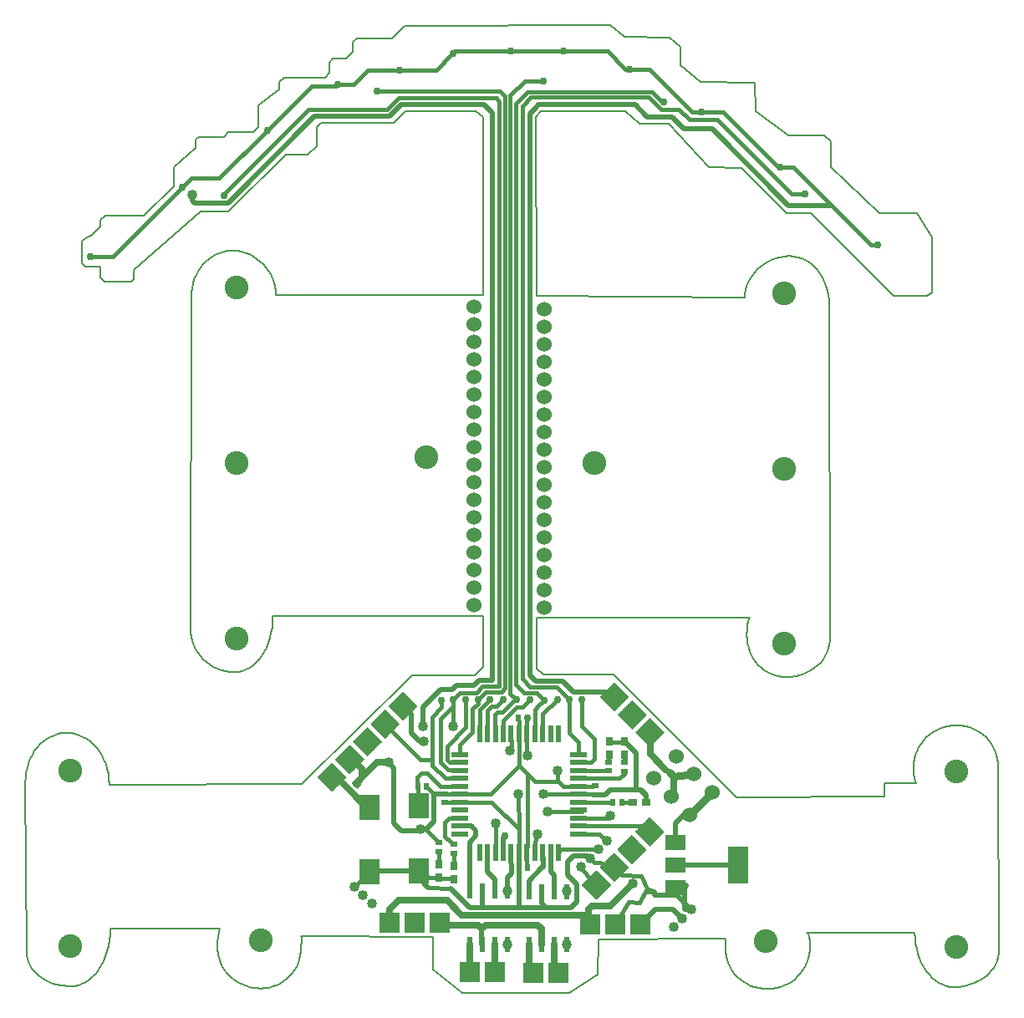
<source format=gtl>
G04 PROTEUS RS274X GERBER FILE*
%FSLAX24Y24*%
%MOIN*%
%ADD10C,0.0250*%
%ADD11C,0.0150*%
%ADD12C,0.0200*%
%ADD13C,0.0300*%
%ADD14C,0.0012*%
%ADD15C,0.0080*%
%ADD16C,0.0400*%
%ADD17C,0.0300*%
%ADD18R,0.0700X0.0200*%
%ADD19R,0.0200X0.0700*%
%ADD70R,0.0240X0.0610*%
%ADD71R,0.0800X0.0800*%
%ADD20R,0.0200X0.0300*%
%ADD21R,0.0300X0.0200*%
%ADD22C,0.0600*%
%ADD23R,0.0800X0.1000*%
%ADD24R,0.0250X0.0350*%
%ADD25R,0.0350X0.0250*%
%ADD26C,0.0950*%
%ADD27R,0.0800X0.0600*%
%ADD28R,0.0800X0.1500*%
G54D10*
X-3397Y-850D02*
X-3397Y-850D01*
G54D11*
X-3397Y+1311D02*
X-3397Y+1275D01*
G54D12*
X-3897Y+1275D02*
X-3897Y+1921D01*
X-4035Y+2059D01*
X-4035Y+2484D01*
X-4035Y+2834D01*
X-4897Y+1275D02*
X-4897Y+1704D01*
X-4377Y+2224D01*
X-4342Y+2259D01*
X-4342Y+2484D01*
X-4350Y+2834D01*
G54D10*
X-5771Y+1291D02*
X-5771Y+1291D01*
X-5771Y-842D02*
X-5771Y-834D01*
G54D11*
X-2226Y+1549D02*
X-2713Y+2115D01*
X-2846Y+2248D01*
X-2814Y+2276D01*
X-2933Y+3582D02*
X-2251Y+3582D01*
X-2102Y+3582D01*
X-2083Y+3564D01*
X-1801Y+3303D01*
X-104Y+3670D02*
X-319Y+3885D01*
X-2583Y+3885D01*
X-2933Y+3897D01*
X-6870Y+7559D02*
X-6870Y+8531D01*
X-6472Y+8929D01*
X-5920Y+8920D02*
X-6179Y+8661D01*
X-6397Y+8661D01*
X-6559Y+8500D01*
X-6559Y+7909D01*
X-6555Y+7559D01*
X-6240Y+7559D02*
X-6251Y+7909D01*
X-6251Y+8346D01*
X-6157Y+8440D01*
X-5952Y+8440D01*
X-5460Y+8933D01*
X-5401Y+8933D01*
X-4859Y+8920D02*
X-5091Y+8688D01*
X-5146Y+8633D01*
X-5389Y+8633D01*
X-5917Y+8106D01*
X-5917Y+7909D01*
X-5925Y+7559D01*
G54D10*
X-6271Y-834D02*
X-6271Y-1548D01*
X-6255Y-1948D01*
X-4897Y-850D02*
X-4897Y-1560D01*
X-4720Y-1960D01*
X-3897Y-850D02*
X-3897Y-1560D01*
X-3720Y-1960D01*
X-7271Y-834D02*
X-7263Y-956D01*
X-7263Y-1859D01*
X-7255Y-1948D01*
G54D12*
X-6763Y+712D02*
X-6763Y+986D01*
X-6771Y+1291D01*
G54D11*
X-2483Y+2613D02*
X-2287Y+2417D01*
X-2084Y+2417D01*
X-2503Y+2633D02*
X-2483Y+2613D01*
G54D12*
X-5295Y+2834D02*
X-5295Y+2378D01*
X-5303Y+2228D01*
G54D11*
X-7657Y+4842D02*
X-8113Y+4842D01*
X-8263Y+4818D01*
X-7657Y+5157D02*
X-8113Y+5157D01*
X-8263Y+5178D01*
X-2933Y+5472D02*
X-2394Y+5472D01*
X-2244Y+5493D01*
X-2933Y+5157D02*
X-2394Y+5157D01*
X-2244Y+5133D01*
X-5295Y+7559D02*
X-5295Y+8042D01*
X-5311Y+8192D01*
X-4980Y+7559D02*
X-4980Y+8042D01*
X-4951Y+8192D01*
X-4950Y+8192D01*
X-3774Y+8929D02*
X-4346Y+8357D01*
X-4346Y+7909D01*
X-4350Y+7559D01*
X-3307Y+8933D02*
X-3307Y+7598D01*
X-2933Y+7224D01*
X-2933Y+6832D01*
X-2933Y+6732D01*
X-2933Y+6417D02*
X-2425Y+6417D01*
X-2287Y+6555D01*
X-2287Y+7362D01*
X-2783Y+7858D01*
X-2783Y+8925D01*
G54D12*
X-7271Y+1291D02*
X-7271Y+3240D01*
X-7011Y+3500D01*
X-7011Y+3712D01*
X-7185Y+3885D01*
X-7307Y+3885D01*
X-7657Y+3897D01*
G54D11*
X-2132Y+2961D02*
X-3620Y+2961D01*
X-3720Y+2834D01*
X-7307Y+5157D02*
X-7657Y+5157D01*
X-5295Y+6291D02*
X-6429Y+5157D01*
X-7307Y+5157D01*
X-7657Y+4842D02*
X-6393Y+4842D01*
X-5303Y+3751D01*
X-5303Y+3184D01*
X-5295Y+2834D01*
X-2933Y+5157D02*
X-4314Y+5157D01*
X-4980Y+7559D02*
X-4980Y+6685D01*
X-4964Y+6700D01*
X-3539Y+5468D02*
X-3283Y+5468D01*
X-2933Y+5472D01*
X-3283Y+5468D02*
X-2954Y+5468D01*
X-2933Y+5472D01*
X-4980Y+2834D02*
X-4960Y+3184D01*
X-4960Y+5956D01*
X-5295Y+6291D01*
X-5295Y+7209D01*
X-5295Y+7559D01*
X-7657Y+6102D02*
X-8007Y+6118D01*
X-8118Y+6118D01*
X-8429Y+6429D01*
X-8429Y+7744D01*
X-6939Y+8917D02*
X-6939Y+8761D01*
X-7149Y+8551D01*
X-7149Y+7637D01*
X-7669Y+7118D01*
X-7669Y+6832D01*
X-7657Y+6732D01*
X-7657Y+6417D02*
X-8070Y+6417D01*
X-8173Y+6519D01*
X-8173Y+7074D01*
X-7413Y+7834D01*
X-7413Y+8925D01*
X-7657Y+5472D02*
X-8429Y+5472D01*
X-8948Y+5992D01*
X-9200Y+5992D01*
X-9346Y+5846D01*
X-9346Y+5602D01*
X-9340Y+5452D01*
X-9320Y+5185D02*
X-9303Y+4685D01*
X-8980Y+5452D02*
X-8706Y+5178D01*
G54D12*
X-9084Y+1588D02*
X-9298Y+2088D01*
X-10848Y+2088D02*
X-11248Y+2051D01*
G54D11*
X-7657Y+5787D02*
X-8240Y+5787D01*
X-8759Y+6307D01*
X-8429Y+7744D02*
X-8429Y+8151D01*
X-7929Y+8651D01*
X-2933Y+5787D02*
X-1283Y+5787D01*
X-1093Y+5977D01*
X-1086Y+6077D01*
X-2933Y+6102D02*
X-1866Y+6102D01*
X-1716Y+6086D01*
X-1076Y+6537D02*
X-1086Y+6437D01*
X-1188Y+4846D02*
X-928Y+4846D01*
X-753Y+4828D01*
X-2933Y+4842D02*
X-1551Y+4842D01*
X-1548Y+4846D01*
G54D12*
X-2244Y+5133D02*
X-2094Y+5140D01*
X-228Y+4955D02*
X-224Y+4830D01*
G54D11*
X-7929Y+8937D02*
X-7929Y+8901D01*
X-7929Y+8651D01*
X-4665Y+8539D02*
X-4665Y+8122D01*
X-4665Y+7909D01*
X-4665Y+7559D01*
X-4511Y+8692D02*
X-4665Y+8539D01*
X-4511Y+8692D02*
X-4342Y+8862D01*
X-4303Y+8901D01*
X-2933Y+4212D02*
X-1767Y+4212D01*
X-1673Y+4307D01*
X-4960Y+5956D02*
X-4661Y+5657D01*
X-3728Y+5657D01*
X-3539Y+5468D01*
X-3767Y+6102D02*
X-3767Y+5696D01*
X-3728Y+5657D01*
X-4559Y+3562D02*
X-4657Y+3236D01*
X-4665Y+2834D01*
X-1533Y+2260D02*
X-1518Y+2256D01*
X-2084Y+2417D02*
X-1533Y+2260D01*
X-9340Y+5452D02*
X-9320Y+5452D01*
X-9320Y+5185D01*
G54D12*
X-6696Y+645D02*
X-6763Y+712D01*
G54D11*
X-8686Y+5178D02*
X-8706Y+5178D01*
G54D12*
X-8686Y+5178D02*
X-8263Y+5178D01*
G54D10*
X-11248Y+2051D02*
X-11248Y+2051D01*
G54D11*
X-11865Y+1457D02*
X-11587Y+1736D01*
X-6240Y+4015D02*
X-6240Y+3184D01*
X-6240Y+2834D01*
G54D12*
X-6696Y+645D02*
X-5295Y+645D01*
X-5295Y+2378D02*
X-5295Y+645D01*
G54D11*
X-2471Y+2613D02*
X-2477Y+2607D01*
X-2483Y+2613D01*
X-2503Y+2633D01*
X-2483Y+2613D02*
X-2483Y+2613D01*
X-2471Y+2613D01*
X-2503Y+2633D01*
X-2503Y+2633D01*
G54D12*
X-4397Y+807D02*
X-4397Y+1275D01*
X-4236Y+645D02*
X-4397Y+807D01*
G54D11*
X-4559Y+645D02*
X-4641Y+645D01*
X-4275Y+645D01*
X-4236Y+645D01*
G54D12*
X-5295Y+645D02*
X-4641Y+645D01*
X-4559Y+645D01*
X-4275Y+645D01*
X-622Y+5330D02*
X-456Y+5330D01*
X-228Y+5102D01*
X-224Y+5098D01*
X-224Y+4830D01*
X-456Y+5330D02*
X-437Y+5330D01*
X-228Y+5122D01*
X-228Y+5102D01*
X-228Y+4955D01*
G54D11*
X-8503Y+2358D02*
X-8503Y+2770D01*
X-8488Y+2870D01*
G54D12*
X-8980Y+3763D02*
X-8686Y+4057D01*
X-8686Y+5178D01*
G54D11*
X-9047Y+1551D02*
X-9298Y+2088D01*
G54D12*
X-9047Y+1551D02*
X-9084Y+1588D01*
G54D11*
X-7902Y+1778D02*
X-8027Y+1814D01*
X-8376Y+1814D01*
X-8501Y+1829D01*
X-8898Y+1829D01*
X-9298Y+2088D01*
X-7889Y+3163D02*
X-8039Y+3256D01*
X-8244Y+3460D01*
X-8244Y+4047D01*
X-8078Y+4212D01*
X-7657Y+4212D01*
X-8488Y+3230D02*
X-9021Y+3763D01*
G54D12*
X-8980Y+3763D02*
X-9021Y+3763D01*
G54D11*
X-9228Y+3763D01*
X-7889Y+2803D02*
X-7889Y+2482D01*
X-7905Y+2307D01*
X-4980Y+2834D02*
X-4992Y+2484D01*
X-4992Y+2378D01*
X-4943Y+2228D01*
X-7929Y+8937D02*
X-7649Y+9216D01*
X-7007Y+9216D01*
X-6767Y+9456D01*
X-6106Y+9456D01*
X-6078Y+9484D01*
X-6078Y+32771D01*
X-6200Y+32921D01*
X-10086Y+32921D01*
X-10543Y+32464D01*
X-13700Y+32464D01*
X-17066Y+29098D01*
X-17066Y+29039D01*
X-6939Y+8917D02*
X-6620Y+9236D01*
X-6002Y+9236D01*
X-5852Y+9385D01*
X-5852Y+33007D01*
X-6057Y+33212D01*
X-10944Y+33212D01*
X-5401Y+8933D02*
X-5649Y+9181D01*
X-5649Y+33027D01*
X-5066Y+33610D01*
X-4314Y+33610D01*
X-22401Y+26586D02*
X-21925Y+26586D01*
X-21724Y+26586D01*
X-21507Y+26586D01*
X-18724Y+29370D01*
X-18366Y+29728D01*
X-17244Y+29728D01*
X-15334Y+31637D01*
X-15334Y+31622D01*
X-13559Y+33397D01*
X-12598Y+33397D01*
X-12523Y+33472D01*
X-11909Y+33472D01*
X-11338Y+34043D01*
X-10067Y+34043D01*
X-5677Y+34791D02*
X-7846Y+34791D01*
X-7940Y+34696D01*
X-7986Y+34651D01*
X-10067Y+34043D02*
X-8791Y+34043D01*
X-8594Y+34043D01*
X-7986Y+34651D01*
X-5633Y+34791D02*
X-5677Y+34791D01*
X-3527Y+34791D01*
X-1771Y+34791D01*
X-1062Y+34082D01*
X-909Y+34082D01*
X-102Y+34082D01*
X+1606Y+32374D01*
X+1964Y+32374D01*
X+2846Y+32374D01*
X+5039Y+30181D01*
X+5122Y+30181D01*
X-4303Y+8901D02*
X-4604Y+9202D01*
X-5084Y+9202D01*
X-5413Y+9531D01*
X-5413Y+32700D01*
X-4944Y+33169D01*
X+3Y+33169D01*
X+397Y+32775D01*
X+464Y+32775D01*
X+5122Y+30181D02*
X+5645Y+30181D01*
X+7181Y+28645D01*
X+8748Y+27078D01*
X+9007Y+27078D01*
G54D13*
X+1495Y+4346D02*
X+2430Y+5281D01*
G54D11*
X-3307Y+8933D02*
X-3807Y+9433D01*
X-4846Y+9433D01*
X-5165Y+9751D01*
X-5165Y+32610D01*
X-4822Y+32952D01*
X-122Y+32952D01*
X+358Y+32472D01*
X+1078Y+32472D01*
X+1496Y+32055D01*
X+2622Y+32055D01*
X+5566Y+29110D01*
X+6098Y+29110D01*
X-1724Y+6570D02*
X-1700Y+6745D01*
X-5610Y+7559D02*
X-5606Y+7141D01*
X-5661Y+6901D01*
X-11236Y+4755D02*
X-11252Y+4648D01*
G54D12*
X-5771Y+1291D02*
X-5771Y+1842D01*
X-5608Y+2005D01*
X-5610Y+2834D01*
X-6555Y+2834D02*
X-6555Y+2055D01*
X-6275Y+1775D01*
X-6275Y+1596D01*
X-6271Y+1291D01*
X-2503Y+2633D02*
X-2562Y+2692D01*
X-3129Y+2692D01*
X-3370Y+2452D01*
X-3370Y+1944D01*
X-2996Y+1570D01*
X-2996Y+866D01*
X-3216Y+645D01*
X-4236Y+645D01*
G54D10*
X-4397Y-850D02*
X-4397Y-211D01*
G54D11*
X-1518Y+2256D02*
X-1398Y+2135D01*
X-1398Y+2125D01*
X-1533Y+2260D01*
X-1398Y+2125D02*
X-1384Y+2122D01*
X-1196Y+1934D02*
X-1384Y+2122D01*
X-1398Y+2135D01*
X-1384Y+2122D02*
X-1207Y+1934D01*
X-1196Y+1934D01*
X-1207Y+1934D02*
X-1398Y+2125D01*
X-2557Y-81D02*
X-2457Y-31D01*
G54D10*
X-752Y+1590D02*
X-1646Y+696D01*
X-2409Y+696D01*
X-2540Y+565D01*
G54D11*
X-8759Y+6538D02*
X-9223Y+6538D01*
X-9814Y+7129D01*
X-9814Y+7133D01*
X-10648Y+7967D01*
X-8759Y+6307D02*
X-8759Y+6538D01*
G54D10*
X-12052Y+5323D02*
X-11377Y+4648D01*
X-11252Y+4648D01*
X-12052Y+5323D02*
X-12736Y+6007D01*
X-12794Y+6007D01*
X-12769Y+5845D01*
G54D11*
X-7929Y+8651D02*
X-7929Y+7842D01*
X-7937Y+7850D01*
X-8759Y+6538D02*
X-8759Y+8249D01*
X-8381Y+8627D01*
X-8381Y+8897D01*
G54D10*
X-10507Y+6425D02*
X-10503Y+6425D01*
G54D12*
X-9118Y+7854D02*
X-9118Y+8640D01*
X-8424Y+9334D01*
X-7964Y+9334D01*
X-7783Y+9515D01*
X-7086Y+9515D01*
X-6905Y+9696D01*
X-6358Y+9696D01*
X-6358Y+32338D01*
X-6688Y+32669D01*
X-9984Y+32669D01*
X-10468Y+32185D01*
X-13452Y+32185D01*
X-16901Y+28736D01*
X-18228Y+28736D01*
X-18318Y+28826D01*
X-18318Y+29051D01*
G54D10*
X+551Y+6149D02*
X-49Y+6750D01*
X-49Y+7062D01*
X-96Y+7628D01*
X+883Y+5882D02*
X+883Y+5188D01*
X+770Y+5076D01*
G54D13*
X+1681Y+5972D02*
X+1404Y+5943D01*
X+1404Y+5943D01*
X+883Y+5882D01*
X+702Y+6017D01*
G54D12*
X+7181Y+28645D02*
X+5445Y+28645D01*
X+2393Y+31697D01*
X+1279Y+31697D01*
X+822Y+32154D01*
X-177Y+32154D01*
X-676Y+32653D01*
X-4528Y+32653D01*
X-4635Y+32545D01*
X-4635Y+32541D01*
X-4869Y+32307D01*
X-4869Y+9906D01*
X-4620Y+9658D01*
X-3566Y+9658D01*
X-3134Y+9225D01*
X-1692Y+9225D01*
X-1510Y+9042D01*
G54D11*
X-1079Y+6736D02*
X-1079Y+6537D01*
X-1076Y+6537D01*
G54D12*
X-1081Y+7265D02*
X-625Y+6809D01*
X-625Y+5330D01*
X-622Y+5330D01*
X-2094Y+5140D02*
X-1956Y+5140D01*
X-1850Y+5140D01*
X-1659Y+5330D01*
X-625Y+5330D01*
G54D11*
X-1716Y+6446D02*
X-1724Y+6446D01*
X-1724Y+6570D01*
X-1703Y+7274D02*
X-1703Y+7249D01*
X-1206Y+7249D01*
X-1206Y+7255D01*
X-1081Y+7265D01*
G54D10*
X-4397Y-211D02*
X-4543Y-64D01*
X-6640Y-64D01*
X-6784Y-208D01*
G54D12*
X-6784Y-821D01*
X-6771Y-834D01*
X-9418Y+2088D02*
X-9298Y+2088D01*
X-9418Y+2088D02*
X-10848Y+2088D01*
G54D11*
X-6696Y+645D02*
X-6740Y+645D01*
G54D12*
X-7266Y+645D01*
X-8022Y+1401D01*
G54D11*
X-8917Y+1421D01*
G54D12*
X-9047Y+1551D01*
X-2540Y+199D02*
X-2341Y+1D01*
X-2457Y-31D01*
X-2557Y-81D02*
X-2424Y-81D01*
X-2341Y+1D01*
G54D10*
X-2540Y+565D02*
X-2540Y+199D01*
X-2540Y-64D01*
X-2557Y-81D01*
G54D12*
X-9074Y+1739D02*
X-9298Y+2088D01*
G54D11*
X-11587Y+1736D02*
X-11486Y+2236D01*
X-11248Y+2236D01*
X-11248Y+2051D01*
G54D10*
X-10450Y+46D02*
X-10450Y+575D01*
X-10106Y+919D01*
X-8175Y+919D01*
X-7593Y+337D01*
X-2677Y+337D01*
X-2540Y+199D01*
X-6784Y-208D02*
X-6933Y-59D01*
X-8344Y-59D01*
X-8450Y+46D01*
X-11798Y+5577D02*
X-11548Y+5827D01*
X-11548Y+6168D01*
X-12090Y+6710D01*
X-12062Y+6553D01*
X-11548Y+5827D02*
X-10950Y+6425D01*
X-10507Y+6425D01*
G54D12*
X+1559Y+556D02*
X+1559Y+565D01*
X+3429Y+2328D02*
X+949Y+2328D01*
X-5925Y+2834D02*
X-5925Y+3435D01*
X-5869Y+3491D01*
X-5845Y+3491D01*
X+1220Y+208D02*
X+849Y+579D01*
X+168Y+579D01*
X+153Y+579D01*
X-457Y-31D01*
X+949Y+3238D02*
X+949Y+3993D01*
X+1242Y+4287D01*
X+1256Y+4346D01*
X+1495Y+4346D01*
X+1559Y+565D02*
X+1320Y+565D01*
X+1320Y+804D01*
X+1320Y+1488D01*
X+1362Y+1529D01*
X+1355Y+1418D01*
X+949Y+1418D01*
X+1559Y+565D02*
X+1320Y+804D01*
X+3462Y+2560D02*
X+3429Y+2328D01*
G54D11*
X-185Y+1412D02*
X+91Y+1268D01*
X+109Y+1259D01*
X-185Y+1412D02*
X-487Y+845D01*
X-917Y+862D01*
X-1457Y-31D01*
G54D12*
X+1320Y+804D02*
X+993Y+1131D01*
X+91Y+1131D01*
X+91Y+1268D01*
G54D11*
X-1196Y+1934D02*
X-427Y+1915D01*
X-185Y+1412D01*
G54D12*
X+91Y+1268D02*
X-236Y+1259D01*
G54D11*
X-185Y+1412D01*
X-5316Y+5165D02*
X-5299Y+3763D01*
X-5299Y+3184D01*
X-5295Y+2834D01*
X-4164Y+4479D02*
X-2793Y+4479D01*
X-2762Y+4511D01*
X-2933Y+4527D01*
G54D12*
X-10503Y+6425D02*
X-10277Y+6198D01*
X-10277Y+4007D01*
X-9980Y+3710D01*
X-9281Y+3710D01*
X-9228Y+3763D01*
X-9090Y+7263D02*
X-9268Y+7263D01*
X-9605Y+7600D01*
X-9605Y+8382D01*
X-10011Y+8788D01*
X-9941Y+8674D01*
G54D14*
X+453Y+3670D02*
X-104Y+3113D01*
X-661Y+3670D01*
X-104Y+4227D01*
X+453Y+3670D01*
X-104Y+3113D02*
X-104Y+3113D01*
X-110Y+3119D02*
X-98Y+3119D01*
X-116Y+3125D02*
X-92Y+3125D01*
X-122Y+3131D02*
X-86Y+3131D01*
X-128Y+3137D02*
X-80Y+3137D01*
X-134Y+3143D02*
X-74Y+3143D01*
X-140Y+3149D02*
X-68Y+3149D01*
X-146Y+3155D02*
X-62Y+3155D01*
X-152Y+3161D02*
X-56Y+3161D01*
X-158Y+3167D02*
X-50Y+3167D01*
X-164Y+3173D02*
X-44Y+3173D01*
X-170Y+3179D02*
X-38Y+3179D01*
X-176Y+3185D02*
X-32Y+3185D01*
X-182Y+3191D02*
X-26Y+3191D01*
X-188Y+3197D02*
X-20Y+3197D01*
X-194Y+3203D02*
X-14Y+3203D01*
X-200Y+3209D02*
X-8Y+3209D01*
X-206Y+3215D02*
X-2Y+3215D01*
X-212Y+3221D02*
X+4Y+3221D01*
X-218Y+3227D02*
X+10Y+3227D01*
X-224Y+3233D02*
X+16Y+3233D01*
X-230Y+3239D02*
X+22Y+3239D01*
X-236Y+3245D02*
X+28Y+3245D01*
X-242Y+3251D02*
X+34Y+3251D01*
X-248Y+3257D02*
X+40Y+3257D01*
X-254Y+3263D02*
X+46Y+3263D01*
X-260Y+3269D02*
X+52Y+3269D01*
X-266Y+3275D02*
X+58Y+3275D01*
X-272Y+3281D02*
X+64Y+3281D01*
X-278Y+3287D02*
X+70Y+3287D01*
X-284Y+3293D02*
X+76Y+3293D01*
X-290Y+3299D02*
X+82Y+3299D01*
X-296Y+3305D02*
X+88Y+3305D01*
X-302Y+3311D02*
X+94Y+3311D01*
X-308Y+3317D02*
X+100Y+3317D01*
X-314Y+3323D02*
X+106Y+3323D01*
X-320Y+3329D02*
X+112Y+3329D01*
X-326Y+3335D02*
X+118Y+3335D01*
X-332Y+3341D02*
X+124Y+3341D01*
X-338Y+3347D02*
X+130Y+3347D01*
X-344Y+3353D02*
X+136Y+3353D01*
X-350Y+3359D02*
X+142Y+3359D01*
X-356Y+3365D02*
X+148Y+3365D01*
X-362Y+3371D02*
X+154Y+3371D01*
X-368Y+3377D02*
X+160Y+3377D01*
X-374Y+3383D02*
X+166Y+3383D01*
X-380Y+3389D02*
X+172Y+3389D01*
X-386Y+3395D02*
X+178Y+3395D01*
X-392Y+3401D02*
X+184Y+3401D01*
X-398Y+3407D02*
X+190Y+3407D01*
X-404Y+3413D02*
X+196Y+3413D01*
X-410Y+3419D02*
X+202Y+3419D01*
X-416Y+3425D02*
X+208Y+3425D01*
X-422Y+3431D02*
X+214Y+3431D01*
X-428Y+3437D02*
X+220Y+3437D01*
X-434Y+3443D02*
X+226Y+3443D01*
X-440Y+3449D02*
X+232Y+3449D01*
X-446Y+3455D02*
X+238Y+3455D01*
X-452Y+3461D02*
X+244Y+3461D01*
X-458Y+3467D02*
X+250Y+3467D01*
X-464Y+3473D02*
X+256Y+3473D01*
X-470Y+3479D02*
X+262Y+3479D01*
X-476Y+3485D02*
X+268Y+3485D01*
X-482Y+3491D02*
X+274Y+3491D01*
X-488Y+3497D02*
X+280Y+3497D01*
X-494Y+3503D02*
X+286Y+3503D01*
X-500Y+3509D02*
X+292Y+3509D01*
X-506Y+3515D02*
X+298Y+3515D01*
X-512Y+3521D02*
X+304Y+3521D01*
X-518Y+3527D02*
X+310Y+3527D01*
X-524Y+3533D02*
X+316Y+3533D01*
X-530Y+3539D02*
X+322Y+3539D01*
X-536Y+3545D02*
X+328Y+3545D01*
X-542Y+3551D02*
X+334Y+3551D01*
X-548Y+3557D02*
X+340Y+3557D01*
X-554Y+3563D02*
X+346Y+3563D01*
X-560Y+3569D02*
X+352Y+3569D01*
X-566Y+3575D02*
X+358Y+3575D01*
X-572Y+3581D02*
X+364Y+3581D01*
X-578Y+3587D02*
X+370Y+3587D01*
X-584Y+3593D02*
X+376Y+3593D01*
X-590Y+3599D02*
X+382Y+3599D01*
X-596Y+3605D02*
X+388Y+3605D01*
X-602Y+3611D02*
X+394Y+3611D01*
X-608Y+3617D02*
X+400Y+3617D01*
X-614Y+3623D02*
X+406Y+3623D01*
X-620Y+3629D02*
X+412Y+3629D01*
X-626Y+3635D02*
X+418Y+3635D01*
X-632Y+3641D02*
X+424Y+3641D01*
X-638Y+3647D02*
X+430Y+3647D01*
X-644Y+3653D02*
X+436Y+3653D01*
X-650Y+3659D02*
X+442Y+3659D01*
X-656Y+3665D02*
X+448Y+3665D01*
X-660Y+3671D02*
X+452Y+3671D01*
X-654Y+3677D02*
X+446Y+3677D01*
X-648Y+3683D02*
X+440Y+3683D01*
X-642Y+3689D02*
X+434Y+3689D01*
X-636Y+3695D02*
X+428Y+3695D01*
X-630Y+3701D02*
X+422Y+3701D01*
X-624Y+3707D02*
X+416Y+3707D01*
X-618Y+3713D02*
X+410Y+3713D01*
X-612Y+3719D02*
X+404Y+3719D01*
X-606Y+3725D02*
X+398Y+3725D01*
X-600Y+3731D02*
X+392Y+3731D01*
X-594Y+3737D02*
X+386Y+3737D01*
X-588Y+3743D02*
X+380Y+3743D01*
X-582Y+3749D02*
X+374Y+3749D01*
X-576Y+3755D02*
X+368Y+3755D01*
X-570Y+3761D02*
X+362Y+3761D01*
X-564Y+3767D02*
X+356Y+3767D01*
X-558Y+3773D02*
X+350Y+3773D01*
X-552Y+3779D02*
X+344Y+3779D01*
X-546Y+3785D02*
X+338Y+3785D01*
X-540Y+3791D02*
X+332Y+3791D01*
X-534Y+3797D02*
X+326Y+3797D01*
X-528Y+3803D02*
X+320Y+3803D01*
X-522Y+3809D02*
X+314Y+3809D01*
X-516Y+3815D02*
X+308Y+3815D01*
X-510Y+3821D02*
X+302Y+3821D01*
X-504Y+3827D02*
X+296Y+3827D01*
X-498Y+3833D02*
X+290Y+3833D01*
X-492Y+3839D02*
X+284Y+3839D01*
X-486Y+3845D02*
X+278Y+3845D01*
X-480Y+3851D02*
X+272Y+3851D01*
X-474Y+3857D02*
X+266Y+3857D01*
X-468Y+3863D02*
X+260Y+3863D01*
X-462Y+3869D02*
X+254Y+3869D01*
X-456Y+3875D02*
X+248Y+3875D01*
X-450Y+3881D02*
X+242Y+3881D01*
X-444Y+3887D02*
X+236Y+3887D01*
X-438Y+3893D02*
X+230Y+3893D01*
X-432Y+3899D02*
X+224Y+3899D01*
X-426Y+3905D02*
X+218Y+3905D01*
X-420Y+3911D02*
X+212Y+3911D01*
X-414Y+3917D02*
X+206Y+3917D01*
X-408Y+3923D02*
X+200Y+3923D01*
X-402Y+3929D02*
X+194Y+3929D01*
X-396Y+3935D02*
X+188Y+3935D01*
X-390Y+3941D02*
X+182Y+3941D01*
X-384Y+3947D02*
X+176Y+3947D01*
X-378Y+3953D02*
X+170Y+3953D01*
X-372Y+3959D02*
X+164Y+3959D01*
X-366Y+3965D02*
X+158Y+3965D01*
X-360Y+3971D02*
X+152Y+3971D01*
X-354Y+3977D02*
X+146Y+3977D01*
X-348Y+3983D02*
X+140Y+3983D01*
X-342Y+3989D02*
X+134Y+3989D01*
X-336Y+3995D02*
X+128Y+3995D01*
X-330Y+4001D02*
X+122Y+4001D01*
X-324Y+4007D02*
X+116Y+4007D01*
X-318Y+4013D02*
X+110Y+4013D01*
X-312Y+4019D02*
X+104Y+4019D01*
X-306Y+4025D02*
X+98Y+4025D01*
X-300Y+4031D02*
X+92Y+4031D01*
X-294Y+4037D02*
X+86Y+4037D01*
X-288Y+4043D02*
X+80Y+4043D01*
X-282Y+4049D02*
X+74Y+4049D01*
X-276Y+4055D02*
X+68Y+4055D01*
X-270Y+4061D02*
X+62Y+4061D01*
X-264Y+4067D02*
X+56Y+4067D01*
X-258Y+4073D02*
X+50Y+4073D01*
X-252Y+4079D02*
X+44Y+4079D01*
X-246Y+4085D02*
X+38Y+4085D01*
X-240Y+4091D02*
X+32Y+4091D01*
X-234Y+4097D02*
X+26Y+4097D01*
X-228Y+4103D02*
X+20Y+4103D01*
X-222Y+4109D02*
X+14Y+4109D01*
X-216Y+4115D02*
X+8Y+4115D01*
X-210Y+4121D02*
X+2Y+4121D01*
X-204Y+4127D02*
X-4Y+4127D01*
X-198Y+4133D02*
X-10Y+4133D01*
X-192Y+4139D02*
X-16Y+4139D01*
X-186Y+4145D02*
X-22Y+4145D01*
X-180Y+4151D02*
X-28Y+4151D01*
X-174Y+4157D02*
X-34Y+4157D01*
X-168Y+4163D02*
X-40Y+4163D01*
X-162Y+4169D02*
X-46Y+4169D01*
X-156Y+4175D02*
X-52Y+4175D01*
X-150Y+4181D02*
X-58Y+4181D01*
X-144Y+4187D02*
X-64Y+4187D01*
X-138Y+4193D02*
X-70Y+4193D01*
X-132Y+4199D02*
X-76Y+4199D01*
X-126Y+4205D02*
X-82Y+4205D01*
X-120Y+4211D02*
X-88Y+4211D01*
X-114Y+4217D02*
X-94Y+4217D01*
X-108Y+4223D02*
X-100Y+4223D01*
X-104Y+4227D02*
X-104Y+4227D01*
X-254Y+2963D02*
X-811Y+2406D01*
X-1368Y+2963D01*
X-811Y+3520D01*
X-254Y+2963D01*
X-811Y+2406D02*
X-811Y+2406D01*
X-817Y+2412D02*
X-805Y+2412D01*
X-823Y+2418D02*
X-799Y+2418D01*
X-829Y+2424D02*
X-793Y+2424D01*
X-835Y+2430D02*
X-787Y+2430D01*
X-841Y+2436D02*
X-781Y+2436D01*
X-847Y+2442D02*
X-775Y+2442D01*
X-853Y+2448D02*
X-769Y+2448D01*
X-859Y+2454D02*
X-763Y+2454D01*
X-865Y+2460D02*
X-757Y+2460D01*
X-871Y+2466D02*
X-751Y+2466D01*
X-877Y+2472D02*
X-745Y+2472D01*
X-883Y+2478D02*
X-739Y+2478D01*
X-889Y+2484D02*
X-733Y+2484D01*
X-895Y+2490D02*
X-727Y+2490D01*
X-901Y+2496D02*
X-721Y+2496D01*
X-907Y+2502D02*
X-715Y+2502D01*
X-913Y+2508D02*
X-709Y+2508D01*
X-919Y+2514D02*
X-703Y+2514D01*
X-925Y+2520D02*
X-697Y+2520D01*
X-931Y+2526D02*
X-691Y+2526D01*
X-937Y+2532D02*
X-685Y+2532D01*
X-943Y+2538D02*
X-679Y+2538D01*
X-949Y+2544D02*
X-673Y+2544D01*
X-955Y+2550D02*
X-667Y+2550D01*
X-961Y+2556D02*
X-661Y+2556D01*
X-967Y+2562D02*
X-655Y+2562D01*
X-973Y+2568D02*
X-649Y+2568D01*
X-979Y+2574D02*
X-643Y+2574D01*
X-985Y+2580D02*
X-637Y+2580D01*
X-991Y+2586D02*
X-631Y+2586D01*
X-997Y+2592D02*
X-625Y+2592D01*
X-1003Y+2598D02*
X-619Y+2598D01*
X-1009Y+2604D02*
X-613Y+2604D01*
X-1015Y+2610D02*
X-607Y+2610D01*
X-1021Y+2616D02*
X-601Y+2616D01*
X-1027Y+2622D02*
X-595Y+2622D01*
X-1033Y+2628D02*
X-589Y+2628D01*
X-1039Y+2634D02*
X-583Y+2634D01*
X-1045Y+2640D02*
X-577Y+2640D01*
X-1051Y+2646D02*
X-571Y+2646D01*
X-1057Y+2652D02*
X-565Y+2652D01*
X-1063Y+2658D02*
X-559Y+2658D01*
X-1069Y+2664D02*
X-553Y+2664D01*
X-1075Y+2670D02*
X-547Y+2670D01*
X-1081Y+2676D02*
X-541Y+2676D01*
X-1087Y+2682D02*
X-535Y+2682D01*
X-1093Y+2688D02*
X-529Y+2688D01*
X-1099Y+2694D02*
X-523Y+2694D01*
X-1105Y+2700D02*
X-517Y+2700D01*
X-1111Y+2706D02*
X-511Y+2706D01*
X-1117Y+2712D02*
X-505Y+2712D01*
X-1123Y+2718D02*
X-499Y+2718D01*
X-1129Y+2724D02*
X-493Y+2724D01*
X-1135Y+2730D02*
X-487Y+2730D01*
X-1141Y+2736D02*
X-481Y+2736D01*
X-1147Y+2742D02*
X-475Y+2742D01*
X-1153Y+2748D02*
X-469Y+2748D01*
X-1159Y+2754D02*
X-463Y+2754D01*
X-1165Y+2760D02*
X-457Y+2760D01*
X-1171Y+2766D02*
X-451Y+2766D01*
X-1177Y+2772D02*
X-445Y+2772D01*
X-1183Y+2778D02*
X-439Y+2778D01*
X-1189Y+2784D02*
X-433Y+2784D01*
X-1195Y+2790D02*
X-427Y+2790D01*
X-1201Y+2796D02*
X-421Y+2796D01*
X-1207Y+2802D02*
X-415Y+2802D01*
X-1213Y+2808D02*
X-409Y+2808D01*
X-1219Y+2814D02*
X-403Y+2814D01*
X-1225Y+2820D02*
X-397Y+2820D01*
X-1231Y+2826D02*
X-391Y+2826D01*
X-1237Y+2832D02*
X-385Y+2832D01*
X-1243Y+2838D02*
X-379Y+2838D01*
X-1249Y+2844D02*
X-373Y+2844D01*
X-1255Y+2850D02*
X-367Y+2850D01*
X-1261Y+2856D02*
X-361Y+2856D01*
X-1267Y+2862D02*
X-355Y+2862D01*
X-1273Y+2868D02*
X-349Y+2868D01*
X-1279Y+2874D02*
X-343Y+2874D01*
X-1285Y+2880D02*
X-337Y+2880D01*
X-1291Y+2886D02*
X-331Y+2886D01*
X-1297Y+2892D02*
X-325Y+2892D01*
X-1303Y+2898D02*
X-319Y+2898D01*
X-1309Y+2904D02*
X-313Y+2904D01*
X-1315Y+2910D02*
X-307Y+2910D01*
X-1321Y+2916D02*
X-301Y+2916D01*
X-1327Y+2922D02*
X-295Y+2922D01*
X-1333Y+2928D02*
X-289Y+2928D01*
X-1339Y+2934D02*
X-283Y+2934D01*
X-1345Y+2940D02*
X-277Y+2940D01*
X-1351Y+2946D02*
X-271Y+2946D01*
X-1357Y+2952D02*
X-265Y+2952D01*
X-1363Y+2958D02*
X-259Y+2958D01*
X-1367Y+2964D02*
X-255Y+2964D01*
X-1361Y+2970D02*
X-261Y+2970D01*
X-1355Y+2976D02*
X-267Y+2976D01*
X-1349Y+2982D02*
X-273Y+2982D01*
X-1343Y+2988D02*
X-279Y+2988D01*
X-1337Y+2994D02*
X-285Y+2994D01*
X-1331Y+3000D02*
X-291Y+3000D01*
X-1325Y+3006D02*
X-297Y+3006D01*
X-1319Y+3012D02*
X-303Y+3012D01*
X-1313Y+3018D02*
X-309Y+3018D01*
X-1307Y+3024D02*
X-315Y+3024D01*
X-1301Y+3030D02*
X-321Y+3030D01*
X-1295Y+3036D02*
X-327Y+3036D01*
X-1289Y+3042D02*
X-333Y+3042D01*
X-1283Y+3048D02*
X-339Y+3048D01*
X-1277Y+3054D02*
X-345Y+3054D01*
X-1271Y+3060D02*
X-351Y+3060D01*
X-1265Y+3066D02*
X-357Y+3066D01*
X-1259Y+3072D02*
X-363Y+3072D01*
X-1253Y+3078D02*
X-369Y+3078D01*
X-1247Y+3084D02*
X-375Y+3084D01*
X-1241Y+3090D02*
X-381Y+3090D01*
X-1235Y+3096D02*
X-387Y+3096D01*
X-1229Y+3102D02*
X-393Y+3102D01*
X-1223Y+3108D02*
X-399Y+3108D01*
X-1217Y+3114D02*
X-405Y+3114D01*
X-1211Y+3120D02*
X-411Y+3120D01*
X-1205Y+3126D02*
X-417Y+3126D01*
X-1199Y+3132D02*
X-423Y+3132D01*
X-1193Y+3138D02*
X-429Y+3138D01*
X-1187Y+3144D02*
X-435Y+3144D01*
X-1181Y+3150D02*
X-441Y+3150D01*
X-1175Y+3156D02*
X-447Y+3156D01*
X-1169Y+3162D02*
X-453Y+3162D01*
X-1163Y+3168D02*
X-459Y+3168D01*
X-1157Y+3174D02*
X-465Y+3174D01*
X-1151Y+3180D02*
X-471Y+3180D01*
X-1145Y+3186D02*
X-477Y+3186D01*
X-1139Y+3192D02*
X-483Y+3192D01*
X-1133Y+3198D02*
X-489Y+3198D01*
X-1127Y+3204D02*
X-495Y+3204D01*
X-1121Y+3210D02*
X-501Y+3210D01*
X-1115Y+3216D02*
X-507Y+3216D01*
X-1109Y+3222D02*
X-513Y+3222D01*
X-1103Y+3228D02*
X-519Y+3228D01*
X-1097Y+3234D02*
X-525Y+3234D01*
X-1091Y+3240D02*
X-531Y+3240D01*
X-1085Y+3246D02*
X-537Y+3246D01*
X-1079Y+3252D02*
X-543Y+3252D01*
X-1073Y+3258D02*
X-549Y+3258D01*
X-1067Y+3264D02*
X-555Y+3264D01*
X-1061Y+3270D02*
X-561Y+3270D01*
X-1055Y+3276D02*
X-567Y+3276D01*
X-1049Y+3282D02*
X-573Y+3282D01*
X-1043Y+3288D02*
X-579Y+3288D01*
X-1037Y+3294D02*
X-585Y+3294D01*
X-1031Y+3300D02*
X-591Y+3300D01*
X-1025Y+3306D02*
X-597Y+3306D01*
X-1019Y+3312D02*
X-603Y+3312D01*
X-1013Y+3318D02*
X-609Y+3318D01*
X-1007Y+3324D02*
X-615Y+3324D01*
X-1001Y+3330D02*
X-621Y+3330D01*
X-995Y+3336D02*
X-627Y+3336D01*
X-989Y+3342D02*
X-633Y+3342D01*
X-983Y+3348D02*
X-639Y+3348D01*
X-977Y+3354D02*
X-645Y+3354D01*
X-971Y+3360D02*
X-651Y+3360D01*
X-965Y+3366D02*
X-657Y+3366D01*
X-959Y+3372D02*
X-663Y+3372D01*
X-953Y+3378D02*
X-669Y+3378D01*
X-947Y+3384D02*
X-675Y+3384D01*
X-941Y+3390D02*
X-681Y+3390D01*
X-935Y+3396D02*
X-687Y+3396D01*
X-929Y+3402D02*
X-693Y+3402D01*
X-923Y+3408D02*
X-699Y+3408D01*
X-917Y+3414D02*
X-705Y+3414D01*
X-911Y+3420D02*
X-711Y+3420D01*
X-905Y+3426D02*
X-717Y+3426D01*
X-899Y+3432D02*
X-723Y+3432D01*
X-893Y+3438D02*
X-729Y+3438D01*
X-887Y+3444D02*
X-735Y+3444D01*
X-881Y+3450D02*
X-741Y+3450D01*
X-875Y+3456D02*
X-747Y+3456D01*
X-869Y+3462D02*
X-753Y+3462D01*
X-863Y+3468D02*
X-759Y+3468D01*
X-857Y+3474D02*
X-765Y+3474D01*
X-851Y+3480D02*
X-771Y+3480D01*
X-845Y+3486D02*
X-777Y+3486D01*
X-839Y+3492D02*
X-783Y+3492D01*
X-833Y+3498D02*
X-789Y+3498D01*
X-827Y+3504D02*
X-795Y+3504D01*
X-821Y+3510D02*
X-801Y+3510D01*
X-815Y+3516D02*
X-807Y+3516D01*
X-811Y+3520D02*
X-811Y+3520D01*
X-961Y+2256D02*
X-1518Y+1699D01*
X-2075Y+2256D01*
X-1518Y+2813D01*
X-961Y+2256D01*
X-1518Y+1699D02*
X-1518Y+1699D01*
X-1524Y+1705D02*
X-1512Y+1705D01*
X-1530Y+1711D02*
X-1506Y+1711D01*
X-1536Y+1717D02*
X-1500Y+1717D01*
X-1542Y+1723D02*
X-1494Y+1723D01*
X-1548Y+1729D02*
X-1488Y+1729D01*
X-1554Y+1735D02*
X-1482Y+1735D01*
X-1560Y+1741D02*
X-1476Y+1741D01*
X-1566Y+1747D02*
X-1470Y+1747D01*
X-1572Y+1753D02*
X-1464Y+1753D01*
X-1578Y+1759D02*
X-1458Y+1759D01*
X-1584Y+1765D02*
X-1452Y+1765D01*
X-1590Y+1771D02*
X-1446Y+1771D01*
X-1596Y+1777D02*
X-1440Y+1777D01*
X-1602Y+1783D02*
X-1434Y+1783D01*
X-1608Y+1789D02*
X-1428Y+1789D01*
X-1614Y+1795D02*
X-1422Y+1795D01*
X-1620Y+1801D02*
X-1416Y+1801D01*
X-1626Y+1807D02*
X-1410Y+1807D01*
X-1632Y+1813D02*
X-1404Y+1813D01*
X-1638Y+1819D02*
X-1398Y+1819D01*
X-1644Y+1825D02*
X-1392Y+1825D01*
X-1650Y+1831D02*
X-1386Y+1831D01*
X-1656Y+1837D02*
X-1380Y+1837D01*
X-1662Y+1843D02*
X-1374Y+1843D01*
X-1668Y+1849D02*
X-1368Y+1849D01*
X-1674Y+1855D02*
X-1362Y+1855D01*
X-1680Y+1861D02*
X-1356Y+1861D01*
X-1686Y+1867D02*
X-1350Y+1867D01*
X-1692Y+1873D02*
X-1344Y+1873D01*
X-1698Y+1879D02*
X-1338Y+1879D01*
X-1704Y+1885D02*
X-1332Y+1885D01*
X-1710Y+1891D02*
X-1326Y+1891D01*
X-1716Y+1897D02*
X-1320Y+1897D01*
X-1722Y+1903D02*
X-1314Y+1903D01*
X-1728Y+1909D02*
X-1308Y+1909D01*
X-1734Y+1915D02*
X-1302Y+1915D01*
X-1740Y+1921D02*
X-1296Y+1921D01*
X-1746Y+1927D02*
X-1290Y+1927D01*
X-1752Y+1933D02*
X-1284Y+1933D01*
X-1758Y+1939D02*
X-1278Y+1939D01*
X-1764Y+1945D02*
X-1272Y+1945D01*
X-1770Y+1951D02*
X-1266Y+1951D01*
X-1776Y+1957D02*
X-1260Y+1957D01*
X-1782Y+1963D02*
X-1254Y+1963D01*
X-1788Y+1969D02*
X-1248Y+1969D01*
X-1794Y+1975D02*
X-1242Y+1975D01*
X-1800Y+1981D02*
X-1236Y+1981D01*
X-1806Y+1987D02*
X-1230Y+1987D01*
X-1812Y+1993D02*
X-1224Y+1993D01*
X-1818Y+1999D02*
X-1218Y+1999D01*
X-1824Y+2005D02*
X-1212Y+2005D01*
X-1830Y+2011D02*
X-1206Y+2011D01*
X-1836Y+2017D02*
X-1200Y+2017D01*
X-1842Y+2023D02*
X-1194Y+2023D01*
X-1848Y+2029D02*
X-1188Y+2029D01*
X-1854Y+2035D02*
X-1182Y+2035D01*
X-1860Y+2041D02*
X-1176Y+2041D01*
X-1866Y+2047D02*
X-1170Y+2047D01*
X-1872Y+2053D02*
X-1164Y+2053D01*
X-1878Y+2059D02*
X-1158Y+2059D01*
X-1884Y+2065D02*
X-1152Y+2065D01*
X-1890Y+2071D02*
X-1146Y+2071D01*
X-1896Y+2077D02*
X-1140Y+2077D01*
X-1902Y+2083D02*
X-1134Y+2083D01*
X-1908Y+2089D02*
X-1128Y+2089D01*
X-1914Y+2095D02*
X-1122Y+2095D01*
X-1920Y+2101D02*
X-1116Y+2101D01*
X-1926Y+2107D02*
X-1110Y+2107D01*
X-1932Y+2113D02*
X-1104Y+2113D01*
X-1938Y+2119D02*
X-1098Y+2119D01*
X-1944Y+2125D02*
X-1092Y+2125D01*
X-1950Y+2131D02*
X-1086Y+2131D01*
X-1956Y+2137D02*
X-1080Y+2137D01*
X-1962Y+2143D02*
X-1074Y+2143D01*
X-1968Y+2149D02*
X-1068Y+2149D01*
X-1974Y+2155D02*
X-1062Y+2155D01*
X-1980Y+2161D02*
X-1056Y+2161D01*
X-1986Y+2167D02*
X-1050Y+2167D01*
X-1992Y+2173D02*
X-1044Y+2173D01*
X-1998Y+2179D02*
X-1038Y+2179D01*
X-2004Y+2185D02*
X-1032Y+2185D01*
X-2010Y+2191D02*
X-1026Y+2191D01*
X-2016Y+2197D02*
X-1020Y+2197D01*
X-2022Y+2203D02*
X-1014Y+2203D01*
X-2028Y+2209D02*
X-1008Y+2209D01*
X-2034Y+2215D02*
X-1002Y+2215D01*
X-2040Y+2221D02*
X-996Y+2221D01*
X-2046Y+2227D02*
X-990Y+2227D01*
X-2052Y+2233D02*
X-984Y+2233D01*
X-2058Y+2239D02*
X-978Y+2239D01*
X-2064Y+2245D02*
X-972Y+2245D01*
X-2070Y+2251D02*
X-966Y+2251D01*
X-2074Y+2257D02*
X-962Y+2257D01*
X-2068Y+2263D02*
X-968Y+2263D01*
X-2062Y+2269D02*
X-974Y+2269D01*
X-2056Y+2275D02*
X-980Y+2275D01*
X-2050Y+2281D02*
X-986Y+2281D01*
X-2044Y+2287D02*
X-992Y+2287D01*
X-2038Y+2293D02*
X-998Y+2293D01*
X-2032Y+2299D02*
X-1004Y+2299D01*
X-2026Y+2305D02*
X-1010Y+2305D01*
X-2020Y+2311D02*
X-1016Y+2311D01*
X-2014Y+2317D02*
X-1022Y+2317D01*
X-2008Y+2323D02*
X-1028Y+2323D01*
X-2002Y+2329D02*
X-1034Y+2329D01*
X-1996Y+2335D02*
X-1040Y+2335D01*
X-1990Y+2341D02*
X-1046Y+2341D01*
X-1984Y+2347D02*
X-1052Y+2347D01*
X-1978Y+2353D02*
X-1058Y+2353D01*
X-1972Y+2359D02*
X-1064Y+2359D01*
X-1966Y+2365D02*
X-1070Y+2365D01*
X-1960Y+2371D02*
X-1076Y+2371D01*
X-1954Y+2377D02*
X-1082Y+2377D01*
X-1948Y+2383D02*
X-1088Y+2383D01*
X-1942Y+2389D02*
X-1094Y+2389D01*
X-1936Y+2395D02*
X-1100Y+2395D01*
X-1930Y+2401D02*
X-1106Y+2401D01*
X-1924Y+2407D02*
X-1112Y+2407D01*
X-1918Y+2413D02*
X-1118Y+2413D01*
X-1912Y+2419D02*
X-1124Y+2419D01*
X-1906Y+2425D02*
X-1130Y+2425D01*
X-1900Y+2431D02*
X-1136Y+2431D01*
X-1894Y+2437D02*
X-1142Y+2437D01*
X-1888Y+2443D02*
X-1148Y+2443D01*
X-1882Y+2449D02*
X-1154Y+2449D01*
X-1876Y+2455D02*
X-1160Y+2455D01*
X-1870Y+2461D02*
X-1166Y+2461D01*
X-1864Y+2467D02*
X-1172Y+2467D01*
X-1858Y+2473D02*
X-1178Y+2473D01*
X-1852Y+2479D02*
X-1184Y+2479D01*
X-1846Y+2485D02*
X-1190Y+2485D01*
X-1840Y+2491D02*
X-1196Y+2491D01*
X-1834Y+2497D02*
X-1202Y+2497D01*
X-1828Y+2503D02*
X-1208Y+2503D01*
X-1822Y+2509D02*
X-1214Y+2509D01*
X-1816Y+2515D02*
X-1220Y+2515D01*
X-1810Y+2521D02*
X-1226Y+2521D01*
X-1804Y+2527D02*
X-1232Y+2527D01*
X-1798Y+2533D02*
X-1238Y+2533D01*
X-1792Y+2539D02*
X-1244Y+2539D01*
X-1786Y+2545D02*
X-1250Y+2545D01*
X-1780Y+2551D02*
X-1256Y+2551D01*
X-1774Y+2557D02*
X-1262Y+2557D01*
X-1768Y+2563D02*
X-1268Y+2563D01*
X-1762Y+2569D02*
X-1274Y+2569D01*
X-1756Y+2575D02*
X-1280Y+2575D01*
X-1750Y+2581D02*
X-1286Y+2581D01*
X-1744Y+2587D02*
X-1292Y+2587D01*
X-1738Y+2593D02*
X-1298Y+2593D01*
X-1732Y+2599D02*
X-1304Y+2599D01*
X-1726Y+2605D02*
X-1310Y+2605D01*
X-1720Y+2611D02*
X-1316Y+2611D01*
X-1714Y+2617D02*
X-1322Y+2617D01*
X-1708Y+2623D02*
X-1328Y+2623D01*
X-1702Y+2629D02*
X-1334Y+2629D01*
X-1696Y+2635D02*
X-1340Y+2635D01*
X-1690Y+2641D02*
X-1346Y+2641D01*
X-1684Y+2647D02*
X-1352Y+2647D01*
X-1678Y+2653D02*
X-1358Y+2653D01*
X-1672Y+2659D02*
X-1364Y+2659D01*
X-1666Y+2665D02*
X-1370Y+2665D01*
X-1660Y+2671D02*
X-1376Y+2671D01*
X-1654Y+2677D02*
X-1382Y+2677D01*
X-1648Y+2683D02*
X-1388Y+2683D01*
X-1642Y+2689D02*
X-1394Y+2689D01*
X-1636Y+2695D02*
X-1400Y+2695D01*
X-1630Y+2701D02*
X-1406Y+2701D01*
X-1624Y+2707D02*
X-1412Y+2707D01*
X-1618Y+2713D02*
X-1418Y+2713D01*
X-1612Y+2719D02*
X-1424Y+2719D01*
X-1606Y+2725D02*
X-1430Y+2725D01*
X-1600Y+2731D02*
X-1436Y+2731D01*
X-1594Y+2737D02*
X-1442Y+2737D01*
X-1588Y+2743D02*
X-1448Y+2743D01*
X-1582Y+2749D02*
X-1454Y+2749D01*
X-1576Y+2755D02*
X-1460Y+2755D01*
X-1570Y+2761D02*
X-1466Y+2761D01*
X-1564Y+2767D02*
X-1472Y+2767D01*
X-1558Y+2773D02*
X-1478Y+2773D01*
X-1552Y+2779D02*
X-1484Y+2779D01*
X-1546Y+2785D02*
X-1490Y+2785D01*
X-1540Y+2791D02*
X-1496Y+2791D01*
X-1534Y+2797D02*
X-1502Y+2797D01*
X-1528Y+2803D02*
X-1508Y+2803D01*
X-1522Y+2809D02*
X-1514Y+2809D01*
X-1518Y+2813D02*
X-1518Y+2813D01*
X-1669Y+1549D02*
X-2226Y+992D01*
X-2783Y+1549D01*
X-2226Y+2106D01*
X-1669Y+1549D01*
X-2226Y+992D02*
X-2226Y+992D01*
X-2232Y+998D02*
X-2220Y+998D01*
X-2238Y+1004D02*
X-2214Y+1004D01*
X-2244Y+1010D02*
X-2208Y+1010D01*
X-2250Y+1016D02*
X-2202Y+1016D01*
X-2256Y+1022D02*
X-2196Y+1022D01*
X-2262Y+1028D02*
X-2190Y+1028D01*
X-2268Y+1034D02*
X-2184Y+1034D01*
X-2274Y+1040D02*
X-2178Y+1040D01*
X-2280Y+1046D02*
X-2172Y+1046D01*
X-2286Y+1052D02*
X-2166Y+1052D01*
X-2292Y+1058D02*
X-2160Y+1058D01*
X-2298Y+1064D02*
X-2154Y+1064D01*
X-2304Y+1070D02*
X-2148Y+1070D01*
X-2310Y+1076D02*
X-2142Y+1076D01*
X-2316Y+1082D02*
X-2136Y+1082D01*
X-2322Y+1088D02*
X-2130Y+1088D01*
X-2328Y+1094D02*
X-2124Y+1094D01*
X-2334Y+1100D02*
X-2118Y+1100D01*
X-2340Y+1106D02*
X-2112Y+1106D01*
X-2346Y+1112D02*
X-2106Y+1112D01*
X-2352Y+1118D02*
X-2100Y+1118D01*
X-2358Y+1124D02*
X-2094Y+1124D01*
X-2364Y+1130D02*
X-2088Y+1130D01*
X-2370Y+1136D02*
X-2082Y+1136D01*
X-2376Y+1142D02*
X-2076Y+1142D01*
X-2382Y+1148D02*
X-2070Y+1148D01*
X-2388Y+1154D02*
X-2064Y+1154D01*
X-2394Y+1160D02*
X-2058Y+1160D01*
X-2400Y+1166D02*
X-2052Y+1166D01*
X-2406Y+1172D02*
X-2046Y+1172D01*
X-2412Y+1178D02*
X-2040Y+1178D01*
X-2418Y+1184D02*
X-2034Y+1184D01*
X-2424Y+1190D02*
X-2028Y+1190D01*
X-2430Y+1196D02*
X-2022Y+1196D01*
X-2436Y+1202D02*
X-2016Y+1202D01*
X-2442Y+1208D02*
X-2010Y+1208D01*
X-2448Y+1214D02*
X-2004Y+1214D01*
X-2454Y+1220D02*
X-1998Y+1220D01*
X-2460Y+1226D02*
X-1992Y+1226D01*
X-2466Y+1232D02*
X-1986Y+1232D01*
X-2472Y+1238D02*
X-1980Y+1238D01*
X-2478Y+1244D02*
X-1974Y+1244D01*
X-2484Y+1250D02*
X-1968Y+1250D01*
X-2490Y+1256D02*
X-1962Y+1256D01*
X-2496Y+1262D02*
X-1956Y+1262D01*
X-2502Y+1268D02*
X-1950Y+1268D01*
X-2508Y+1274D02*
X-1944Y+1274D01*
X-2514Y+1280D02*
X-1938Y+1280D01*
X-2520Y+1286D02*
X-1932Y+1286D01*
X-2526Y+1292D02*
X-1926Y+1292D01*
X-2532Y+1298D02*
X-1920Y+1298D01*
X-2538Y+1304D02*
X-1914Y+1304D01*
X-2544Y+1310D02*
X-1908Y+1310D01*
X-2550Y+1316D02*
X-1902Y+1316D01*
X-2556Y+1322D02*
X-1896Y+1322D01*
X-2562Y+1328D02*
X-1890Y+1328D01*
X-2568Y+1334D02*
X-1884Y+1334D01*
X-2574Y+1340D02*
X-1878Y+1340D01*
X-2580Y+1346D02*
X-1872Y+1346D01*
X-2586Y+1352D02*
X-1866Y+1352D01*
X-2592Y+1358D02*
X-1860Y+1358D01*
X-2598Y+1364D02*
X-1854Y+1364D01*
X-2604Y+1370D02*
X-1848Y+1370D01*
X-2610Y+1376D02*
X-1842Y+1376D01*
X-2616Y+1382D02*
X-1836Y+1382D01*
X-2622Y+1388D02*
X-1830Y+1388D01*
X-2628Y+1394D02*
X-1824Y+1394D01*
X-2634Y+1400D02*
X-1818Y+1400D01*
X-2640Y+1406D02*
X-1812Y+1406D01*
X-2646Y+1412D02*
X-1806Y+1412D01*
X-2652Y+1418D02*
X-1800Y+1418D01*
X-2658Y+1424D02*
X-1794Y+1424D01*
X-2664Y+1430D02*
X-1788Y+1430D01*
X-2670Y+1436D02*
X-1782Y+1436D01*
X-2676Y+1442D02*
X-1776Y+1442D01*
X-2682Y+1448D02*
X-1770Y+1448D01*
X-2688Y+1454D02*
X-1764Y+1454D01*
X-2694Y+1460D02*
X-1758Y+1460D01*
X-2700Y+1466D02*
X-1752Y+1466D01*
X-2706Y+1472D02*
X-1746Y+1472D01*
X-2712Y+1478D02*
X-1740Y+1478D01*
X-2718Y+1484D02*
X-1734Y+1484D01*
X-2724Y+1490D02*
X-1728Y+1490D01*
X-2730Y+1496D02*
X-1722Y+1496D01*
X-2736Y+1502D02*
X-1716Y+1502D01*
X-2742Y+1508D02*
X-1710Y+1508D01*
X-2748Y+1514D02*
X-1704Y+1514D01*
X-2754Y+1520D02*
X-1698Y+1520D01*
X-2760Y+1526D02*
X-1692Y+1526D01*
X-2766Y+1532D02*
X-1686Y+1532D01*
X-2772Y+1538D02*
X-1680Y+1538D01*
X-2778Y+1544D02*
X-1674Y+1544D01*
X-2782Y+1550D02*
X-1670Y+1550D01*
X-2776Y+1556D02*
X-1676Y+1556D01*
X-2770Y+1562D02*
X-1682Y+1562D01*
X-2764Y+1568D02*
X-1688Y+1568D01*
X-2758Y+1574D02*
X-1694Y+1574D01*
X-2752Y+1580D02*
X-1700Y+1580D01*
X-2746Y+1586D02*
X-1706Y+1586D01*
X-2740Y+1592D02*
X-1712Y+1592D01*
X-2734Y+1598D02*
X-1718Y+1598D01*
X-2728Y+1604D02*
X-1724Y+1604D01*
X-2722Y+1610D02*
X-1730Y+1610D01*
X-2716Y+1616D02*
X-1736Y+1616D01*
X-2710Y+1622D02*
X-1742Y+1622D01*
X-2704Y+1628D02*
X-1748Y+1628D01*
X-2698Y+1634D02*
X-1754Y+1634D01*
X-2692Y+1640D02*
X-1760Y+1640D01*
X-2686Y+1646D02*
X-1766Y+1646D01*
X-2680Y+1652D02*
X-1772Y+1652D01*
X-2674Y+1658D02*
X-1778Y+1658D01*
X-2668Y+1664D02*
X-1784Y+1664D01*
X-2662Y+1670D02*
X-1790Y+1670D01*
X-2656Y+1676D02*
X-1796Y+1676D01*
X-2650Y+1682D02*
X-1802Y+1682D01*
X-2644Y+1688D02*
X-1808Y+1688D01*
X-2638Y+1694D02*
X-1814Y+1694D01*
X-2632Y+1700D02*
X-1820Y+1700D01*
X-2626Y+1706D02*
X-1826Y+1706D01*
X-2620Y+1712D02*
X-1832Y+1712D01*
X-2614Y+1718D02*
X-1838Y+1718D01*
X-2608Y+1724D02*
X-1844Y+1724D01*
X-2602Y+1730D02*
X-1850Y+1730D01*
X-2596Y+1736D02*
X-1856Y+1736D01*
X-2590Y+1742D02*
X-1862Y+1742D01*
X-2584Y+1748D02*
X-1868Y+1748D01*
X-2578Y+1754D02*
X-1874Y+1754D01*
X-2572Y+1760D02*
X-1880Y+1760D01*
X-2566Y+1766D02*
X-1886Y+1766D01*
X-2560Y+1772D02*
X-1892Y+1772D01*
X-2554Y+1778D02*
X-1898Y+1778D01*
X-2548Y+1784D02*
X-1904Y+1784D01*
X-2542Y+1790D02*
X-1910Y+1790D01*
X-2536Y+1796D02*
X-1916Y+1796D01*
X-2530Y+1802D02*
X-1922Y+1802D01*
X-2524Y+1808D02*
X-1928Y+1808D01*
X-2518Y+1814D02*
X-1934Y+1814D01*
X-2512Y+1820D02*
X-1940Y+1820D01*
X-2506Y+1826D02*
X-1946Y+1826D01*
X-2500Y+1832D02*
X-1952Y+1832D01*
X-2494Y+1838D02*
X-1958Y+1838D01*
X-2488Y+1844D02*
X-1964Y+1844D01*
X-2482Y+1850D02*
X-1970Y+1850D01*
X-2476Y+1856D02*
X-1976Y+1856D01*
X-2470Y+1862D02*
X-1982Y+1862D01*
X-2464Y+1868D02*
X-1988Y+1868D01*
X-2458Y+1874D02*
X-1994Y+1874D01*
X-2452Y+1880D02*
X-2000Y+1880D01*
X-2446Y+1886D02*
X-2006Y+1886D01*
X-2440Y+1892D02*
X-2012Y+1892D01*
X-2434Y+1898D02*
X-2018Y+1898D01*
X-2428Y+1904D02*
X-2024Y+1904D01*
X-2422Y+1910D02*
X-2030Y+1910D01*
X-2416Y+1916D02*
X-2036Y+1916D01*
X-2410Y+1922D02*
X-2042Y+1922D01*
X-2404Y+1928D02*
X-2048Y+1928D01*
X-2398Y+1934D02*
X-2054Y+1934D01*
X-2392Y+1940D02*
X-2060Y+1940D01*
X-2386Y+1946D02*
X-2066Y+1946D01*
X-2380Y+1952D02*
X-2072Y+1952D01*
X-2374Y+1958D02*
X-2078Y+1958D01*
X-2368Y+1964D02*
X-2084Y+1964D01*
X-2362Y+1970D02*
X-2090Y+1970D01*
X-2356Y+1976D02*
X-2096Y+1976D01*
X-2350Y+1982D02*
X-2102Y+1982D01*
X-2344Y+1988D02*
X-2108Y+1988D01*
X-2338Y+1994D02*
X-2114Y+1994D01*
X-2332Y+2000D02*
X-2120Y+2000D01*
X-2326Y+2006D02*
X-2126Y+2006D01*
X-2320Y+2012D02*
X-2132Y+2012D01*
X-2314Y+2018D02*
X-2138Y+2018D01*
X-2308Y+2024D02*
X-2144Y+2024D01*
X-2302Y+2030D02*
X-2150Y+2030D01*
X-2296Y+2036D02*
X-2156Y+2036D01*
X-2290Y+2042D02*
X-2162Y+2042D01*
X-2284Y+2048D02*
X-2168Y+2048D01*
X-2278Y+2054D02*
X-2174Y+2054D01*
X-2272Y+2060D02*
X-2180Y+2060D01*
X-2266Y+2066D02*
X-2186Y+2066D01*
X-2260Y+2072D02*
X-2192Y+2072D01*
X-2254Y+2078D02*
X-2198Y+2078D01*
X-2248Y+2084D02*
X-2204Y+2084D01*
X-2242Y+2090D02*
X-2210Y+2090D01*
X-2236Y+2096D02*
X-2216Y+2096D01*
X-2230Y+2102D02*
X-2222Y+2102D01*
X-2226Y+2106D02*
X-2226Y+2106D01*
X-13326Y+5845D02*
X-12769Y+6402D01*
X-12212Y+5845D01*
X-12769Y+5288D01*
X-13326Y+5845D01*
X-12769Y+5288D02*
X-12769Y+5288D01*
X-12775Y+5294D02*
X-12763Y+5294D01*
X-12781Y+5300D02*
X-12757Y+5300D01*
X-12787Y+5306D02*
X-12751Y+5306D01*
X-12793Y+5312D02*
X-12745Y+5312D01*
X-12799Y+5318D02*
X-12739Y+5318D01*
X-12805Y+5324D02*
X-12733Y+5324D01*
X-12811Y+5330D02*
X-12727Y+5330D01*
X-12817Y+5336D02*
X-12721Y+5336D01*
X-12823Y+5342D02*
X-12715Y+5342D01*
X-12829Y+5348D02*
X-12709Y+5348D01*
X-12835Y+5354D02*
X-12703Y+5354D01*
X-12841Y+5360D02*
X-12697Y+5360D01*
X-12847Y+5366D02*
X-12691Y+5366D01*
X-12853Y+5372D02*
X-12685Y+5372D01*
X-12859Y+5378D02*
X-12679Y+5378D01*
X-12865Y+5384D02*
X-12673Y+5384D01*
X-12871Y+5390D02*
X-12667Y+5390D01*
X-12877Y+5396D02*
X-12661Y+5396D01*
X-12883Y+5402D02*
X-12655Y+5402D01*
X-12889Y+5408D02*
X-12649Y+5408D01*
X-12895Y+5414D02*
X-12643Y+5414D01*
X-12901Y+5420D02*
X-12637Y+5420D01*
X-12907Y+5426D02*
X-12631Y+5426D01*
X-12913Y+5432D02*
X-12625Y+5432D01*
X-12919Y+5438D02*
X-12619Y+5438D01*
X-12925Y+5444D02*
X-12613Y+5444D01*
X-12931Y+5450D02*
X-12607Y+5450D01*
X-12937Y+5456D02*
X-12601Y+5456D01*
X-12943Y+5462D02*
X-12595Y+5462D01*
X-12949Y+5468D02*
X-12589Y+5468D01*
X-12955Y+5474D02*
X-12583Y+5474D01*
X-12961Y+5480D02*
X-12577Y+5480D01*
X-12967Y+5486D02*
X-12571Y+5486D01*
X-12973Y+5492D02*
X-12565Y+5492D01*
X-12979Y+5498D02*
X-12559Y+5498D01*
X-12985Y+5504D02*
X-12553Y+5504D01*
X-12991Y+5510D02*
X-12547Y+5510D01*
X-12997Y+5516D02*
X-12541Y+5516D01*
X-13003Y+5522D02*
X-12535Y+5522D01*
X-13009Y+5528D02*
X-12529Y+5528D01*
X-13015Y+5534D02*
X-12523Y+5534D01*
X-13021Y+5540D02*
X-12517Y+5540D01*
X-13027Y+5546D02*
X-12511Y+5546D01*
X-13033Y+5552D02*
X-12505Y+5552D01*
X-13039Y+5558D02*
X-12499Y+5558D01*
X-13045Y+5564D02*
X-12493Y+5564D01*
X-13051Y+5570D02*
X-12487Y+5570D01*
X-13057Y+5576D02*
X-12481Y+5576D01*
X-13063Y+5582D02*
X-12475Y+5582D01*
X-13069Y+5588D02*
X-12469Y+5588D01*
X-13075Y+5594D02*
X-12463Y+5594D01*
X-13081Y+5600D02*
X-12457Y+5600D01*
X-13087Y+5606D02*
X-12451Y+5606D01*
X-13093Y+5612D02*
X-12445Y+5612D01*
X-13099Y+5618D02*
X-12439Y+5618D01*
X-13105Y+5624D02*
X-12433Y+5624D01*
X-13111Y+5630D02*
X-12427Y+5630D01*
X-13117Y+5636D02*
X-12421Y+5636D01*
X-13123Y+5642D02*
X-12415Y+5642D01*
X-13129Y+5648D02*
X-12409Y+5648D01*
X-13135Y+5654D02*
X-12403Y+5654D01*
X-13141Y+5660D02*
X-12397Y+5660D01*
X-13147Y+5666D02*
X-12391Y+5666D01*
X-13153Y+5672D02*
X-12385Y+5672D01*
X-13159Y+5678D02*
X-12379Y+5678D01*
X-13165Y+5684D02*
X-12373Y+5684D01*
X-13171Y+5690D02*
X-12367Y+5690D01*
X-13177Y+5696D02*
X-12361Y+5696D01*
X-13183Y+5702D02*
X-12355Y+5702D01*
X-13189Y+5708D02*
X-12349Y+5708D01*
X-13195Y+5714D02*
X-12343Y+5714D01*
X-13201Y+5720D02*
X-12337Y+5720D01*
X-13207Y+5726D02*
X-12331Y+5726D01*
X-13213Y+5732D02*
X-12325Y+5732D01*
X-13219Y+5738D02*
X-12319Y+5738D01*
X-13225Y+5744D02*
X-12313Y+5744D01*
X-13231Y+5750D02*
X-12307Y+5750D01*
X-13237Y+5756D02*
X-12301Y+5756D01*
X-13243Y+5762D02*
X-12295Y+5762D01*
X-13249Y+5768D02*
X-12289Y+5768D01*
X-13255Y+5774D02*
X-12283Y+5774D01*
X-13261Y+5780D02*
X-12277Y+5780D01*
X-13267Y+5786D02*
X-12271Y+5786D01*
X-13273Y+5792D02*
X-12265Y+5792D01*
X-13279Y+5798D02*
X-12259Y+5798D01*
X-13285Y+5804D02*
X-12253Y+5804D01*
X-13291Y+5810D02*
X-12247Y+5810D01*
X-13297Y+5816D02*
X-12241Y+5816D01*
X-13303Y+5822D02*
X-12235Y+5822D01*
X-13309Y+5828D02*
X-12229Y+5828D01*
X-13315Y+5834D02*
X-12223Y+5834D01*
X-13321Y+5840D02*
X-12217Y+5840D01*
X-13325Y+5846D02*
X-12213Y+5846D01*
X-13319Y+5852D02*
X-12219Y+5852D01*
X-13313Y+5858D02*
X-12225Y+5858D01*
X-13307Y+5864D02*
X-12231Y+5864D01*
X-13301Y+5870D02*
X-12237Y+5870D01*
X-13295Y+5876D02*
X-12243Y+5876D01*
X-13289Y+5882D02*
X-12249Y+5882D01*
X-13283Y+5888D02*
X-12255Y+5888D01*
X-13277Y+5894D02*
X-12261Y+5894D01*
X-13271Y+5900D02*
X-12267Y+5900D01*
X-13265Y+5906D02*
X-12273Y+5906D01*
X-13259Y+5912D02*
X-12279Y+5912D01*
X-13253Y+5918D02*
X-12285Y+5918D01*
X-13247Y+5924D02*
X-12291Y+5924D01*
X-13241Y+5930D02*
X-12297Y+5930D01*
X-13235Y+5936D02*
X-12303Y+5936D01*
X-13229Y+5942D02*
X-12309Y+5942D01*
X-13223Y+5948D02*
X-12315Y+5948D01*
X-13217Y+5954D02*
X-12321Y+5954D01*
X-13211Y+5960D02*
X-12327Y+5960D01*
X-13205Y+5966D02*
X-12333Y+5966D01*
X-13199Y+5972D02*
X-12339Y+5972D01*
X-13193Y+5978D02*
X-12345Y+5978D01*
X-13187Y+5984D02*
X-12351Y+5984D01*
X-13181Y+5990D02*
X-12357Y+5990D01*
X-13175Y+5996D02*
X-12363Y+5996D01*
X-13169Y+6002D02*
X-12369Y+6002D01*
X-13163Y+6008D02*
X-12375Y+6008D01*
X-13157Y+6014D02*
X-12381Y+6014D01*
X-13151Y+6020D02*
X-12387Y+6020D01*
X-13145Y+6026D02*
X-12393Y+6026D01*
X-13139Y+6032D02*
X-12399Y+6032D01*
X-13133Y+6038D02*
X-12405Y+6038D01*
X-13127Y+6044D02*
X-12411Y+6044D01*
X-13121Y+6050D02*
X-12417Y+6050D01*
X-13115Y+6056D02*
X-12423Y+6056D01*
X-13109Y+6062D02*
X-12429Y+6062D01*
X-13103Y+6068D02*
X-12435Y+6068D01*
X-13097Y+6074D02*
X-12441Y+6074D01*
X-13091Y+6080D02*
X-12447Y+6080D01*
X-13085Y+6086D02*
X-12453Y+6086D01*
X-13079Y+6092D02*
X-12459Y+6092D01*
X-13073Y+6098D02*
X-12465Y+6098D01*
X-13067Y+6104D02*
X-12471Y+6104D01*
X-13061Y+6110D02*
X-12477Y+6110D01*
X-13055Y+6116D02*
X-12483Y+6116D01*
X-13049Y+6122D02*
X-12489Y+6122D01*
X-13043Y+6128D02*
X-12495Y+6128D01*
X-13037Y+6134D02*
X-12501Y+6134D01*
X-13031Y+6140D02*
X-12507Y+6140D01*
X-13025Y+6146D02*
X-12513Y+6146D01*
X-13019Y+6152D02*
X-12519Y+6152D01*
X-13013Y+6158D02*
X-12525Y+6158D01*
X-13007Y+6164D02*
X-12531Y+6164D01*
X-13001Y+6170D02*
X-12537Y+6170D01*
X-12995Y+6176D02*
X-12543Y+6176D01*
X-12989Y+6182D02*
X-12549Y+6182D01*
X-12983Y+6188D02*
X-12555Y+6188D01*
X-12977Y+6194D02*
X-12561Y+6194D01*
X-12971Y+6200D02*
X-12567Y+6200D01*
X-12965Y+6206D02*
X-12573Y+6206D01*
X-12959Y+6212D02*
X-12579Y+6212D01*
X-12953Y+6218D02*
X-12585Y+6218D01*
X-12947Y+6224D02*
X-12591Y+6224D01*
X-12941Y+6230D02*
X-12597Y+6230D01*
X-12935Y+6236D02*
X-12603Y+6236D01*
X-12929Y+6242D02*
X-12609Y+6242D01*
X-12923Y+6248D02*
X-12615Y+6248D01*
X-12917Y+6254D02*
X-12621Y+6254D01*
X-12911Y+6260D02*
X-12627Y+6260D01*
X-12905Y+6266D02*
X-12633Y+6266D01*
X-12899Y+6272D02*
X-12639Y+6272D01*
X-12893Y+6278D02*
X-12645Y+6278D01*
X-12887Y+6284D02*
X-12651Y+6284D01*
X-12881Y+6290D02*
X-12657Y+6290D01*
X-12875Y+6296D02*
X-12663Y+6296D01*
X-12869Y+6302D02*
X-12669Y+6302D01*
X-12863Y+6308D02*
X-12675Y+6308D01*
X-12857Y+6314D02*
X-12681Y+6314D01*
X-12851Y+6320D02*
X-12687Y+6320D01*
X-12845Y+6326D02*
X-12693Y+6326D01*
X-12839Y+6332D02*
X-12699Y+6332D01*
X-12833Y+6338D02*
X-12705Y+6338D01*
X-12827Y+6344D02*
X-12711Y+6344D01*
X-12821Y+6350D02*
X-12717Y+6350D01*
X-12815Y+6356D02*
X-12723Y+6356D01*
X-12809Y+6362D02*
X-12729Y+6362D01*
X-12803Y+6368D02*
X-12735Y+6368D01*
X-12797Y+6374D02*
X-12741Y+6374D01*
X-12791Y+6380D02*
X-12747Y+6380D01*
X-12785Y+6386D02*
X-12753Y+6386D01*
X-12779Y+6392D02*
X-12759Y+6392D01*
X-12773Y+6398D02*
X-12765Y+6398D01*
X-12769Y+6402D02*
X-12769Y+6402D01*
X-12619Y+6553D02*
X-12062Y+7110D01*
X-11505Y+6553D01*
X-12062Y+5996D01*
X-12619Y+6553D01*
X-12062Y+5996D02*
X-12062Y+5996D01*
X-12068Y+6002D02*
X-12056Y+6002D01*
X-12074Y+6008D02*
X-12050Y+6008D01*
X-12080Y+6014D02*
X-12044Y+6014D01*
X-12086Y+6020D02*
X-12038Y+6020D01*
X-12092Y+6026D02*
X-12032Y+6026D01*
X-12098Y+6032D02*
X-12026Y+6032D01*
X-12104Y+6038D02*
X-12020Y+6038D01*
X-12110Y+6044D02*
X-12014Y+6044D01*
X-12116Y+6050D02*
X-12008Y+6050D01*
X-12122Y+6056D02*
X-12002Y+6056D01*
X-12128Y+6062D02*
X-11996Y+6062D01*
X-12134Y+6068D02*
X-11990Y+6068D01*
X-12140Y+6074D02*
X-11984Y+6074D01*
X-12146Y+6080D02*
X-11978Y+6080D01*
X-12152Y+6086D02*
X-11972Y+6086D01*
X-12158Y+6092D02*
X-11966Y+6092D01*
X-12164Y+6098D02*
X-11960Y+6098D01*
X-12170Y+6104D02*
X-11954Y+6104D01*
X-12176Y+6110D02*
X-11948Y+6110D01*
X-12182Y+6116D02*
X-11942Y+6116D01*
X-12188Y+6122D02*
X-11936Y+6122D01*
X-12194Y+6128D02*
X-11930Y+6128D01*
X-12200Y+6134D02*
X-11924Y+6134D01*
X-12206Y+6140D02*
X-11918Y+6140D01*
X-12212Y+6146D02*
X-11912Y+6146D01*
X-12218Y+6152D02*
X-11906Y+6152D01*
X-12224Y+6158D02*
X-11900Y+6158D01*
X-12230Y+6164D02*
X-11894Y+6164D01*
X-12236Y+6170D02*
X-11888Y+6170D01*
X-12242Y+6176D02*
X-11882Y+6176D01*
X-12248Y+6182D02*
X-11876Y+6182D01*
X-12254Y+6188D02*
X-11870Y+6188D01*
X-12260Y+6194D02*
X-11864Y+6194D01*
X-12266Y+6200D02*
X-11858Y+6200D01*
X-12272Y+6206D02*
X-11852Y+6206D01*
X-12278Y+6212D02*
X-11846Y+6212D01*
X-12284Y+6218D02*
X-11840Y+6218D01*
X-12290Y+6224D02*
X-11834Y+6224D01*
X-12296Y+6230D02*
X-11828Y+6230D01*
X-12302Y+6236D02*
X-11822Y+6236D01*
X-12308Y+6242D02*
X-11816Y+6242D01*
X-12314Y+6248D02*
X-11810Y+6248D01*
X-12320Y+6254D02*
X-11804Y+6254D01*
X-12326Y+6260D02*
X-11798Y+6260D01*
X-12332Y+6266D02*
X-11792Y+6266D01*
X-12338Y+6272D02*
X-11786Y+6272D01*
X-12344Y+6278D02*
X-11780Y+6278D01*
X-12350Y+6284D02*
X-11774Y+6284D01*
X-12356Y+6290D02*
X-11768Y+6290D01*
X-12362Y+6296D02*
X-11762Y+6296D01*
X-12368Y+6302D02*
X-11756Y+6302D01*
X-12374Y+6308D02*
X-11750Y+6308D01*
X-12380Y+6314D02*
X-11744Y+6314D01*
X-12386Y+6320D02*
X-11738Y+6320D01*
X-12392Y+6326D02*
X-11732Y+6326D01*
X-12398Y+6332D02*
X-11726Y+6332D01*
X-12404Y+6338D02*
X-11720Y+6338D01*
X-12410Y+6344D02*
X-11714Y+6344D01*
X-12416Y+6350D02*
X-11708Y+6350D01*
X-12422Y+6356D02*
X-11702Y+6356D01*
X-12428Y+6362D02*
X-11696Y+6362D01*
X-12434Y+6368D02*
X-11690Y+6368D01*
X-12440Y+6374D02*
X-11684Y+6374D01*
X-12446Y+6380D02*
X-11678Y+6380D01*
X-12452Y+6386D02*
X-11672Y+6386D01*
X-12458Y+6392D02*
X-11666Y+6392D01*
X-12464Y+6398D02*
X-11660Y+6398D01*
X-12470Y+6404D02*
X-11654Y+6404D01*
X-12476Y+6410D02*
X-11648Y+6410D01*
X-12482Y+6416D02*
X-11642Y+6416D01*
X-12488Y+6422D02*
X-11636Y+6422D01*
X-12494Y+6428D02*
X-11630Y+6428D01*
X-12500Y+6434D02*
X-11624Y+6434D01*
X-12506Y+6440D02*
X-11618Y+6440D01*
X-12512Y+6446D02*
X-11612Y+6446D01*
X-12518Y+6452D02*
X-11606Y+6452D01*
X-12524Y+6458D02*
X-11600Y+6458D01*
X-12530Y+6464D02*
X-11594Y+6464D01*
X-12536Y+6470D02*
X-11588Y+6470D01*
X-12542Y+6476D02*
X-11582Y+6476D01*
X-12548Y+6482D02*
X-11576Y+6482D01*
X-12554Y+6488D02*
X-11570Y+6488D01*
X-12560Y+6494D02*
X-11564Y+6494D01*
X-12566Y+6500D02*
X-11558Y+6500D01*
X-12572Y+6506D02*
X-11552Y+6506D01*
X-12578Y+6512D02*
X-11546Y+6512D01*
X-12584Y+6518D02*
X-11540Y+6518D01*
X-12590Y+6524D02*
X-11534Y+6524D01*
X-12596Y+6530D02*
X-11528Y+6530D01*
X-12602Y+6536D02*
X-11522Y+6536D01*
X-12608Y+6542D02*
X-11516Y+6542D01*
X-12614Y+6548D02*
X-11510Y+6548D01*
X-12618Y+6554D02*
X-11506Y+6554D01*
X-12612Y+6560D02*
X-11512Y+6560D01*
X-12606Y+6566D02*
X-11518Y+6566D01*
X-12600Y+6572D02*
X-11524Y+6572D01*
X-12594Y+6578D02*
X-11530Y+6578D01*
X-12588Y+6584D02*
X-11536Y+6584D01*
X-12582Y+6590D02*
X-11542Y+6590D01*
X-12576Y+6596D02*
X-11548Y+6596D01*
X-12570Y+6602D02*
X-11554Y+6602D01*
X-12564Y+6608D02*
X-11560Y+6608D01*
X-12558Y+6614D02*
X-11566Y+6614D01*
X-12552Y+6620D02*
X-11572Y+6620D01*
X-12546Y+6626D02*
X-11578Y+6626D01*
X-12540Y+6632D02*
X-11584Y+6632D01*
X-12534Y+6638D02*
X-11590Y+6638D01*
X-12528Y+6644D02*
X-11596Y+6644D01*
X-12522Y+6650D02*
X-11602Y+6650D01*
X-12516Y+6656D02*
X-11608Y+6656D01*
X-12510Y+6662D02*
X-11614Y+6662D01*
X-12504Y+6668D02*
X-11620Y+6668D01*
X-12498Y+6674D02*
X-11626Y+6674D01*
X-12492Y+6680D02*
X-11632Y+6680D01*
X-12486Y+6686D02*
X-11638Y+6686D01*
X-12480Y+6692D02*
X-11644Y+6692D01*
X-12474Y+6698D02*
X-11650Y+6698D01*
X-12468Y+6704D02*
X-11656Y+6704D01*
X-12462Y+6710D02*
X-11662Y+6710D01*
X-12456Y+6716D02*
X-11668Y+6716D01*
X-12450Y+6722D02*
X-11674Y+6722D01*
X-12444Y+6728D02*
X-11680Y+6728D01*
X-12438Y+6734D02*
X-11686Y+6734D01*
X-12432Y+6740D02*
X-11692Y+6740D01*
X-12426Y+6746D02*
X-11698Y+6746D01*
X-12420Y+6752D02*
X-11704Y+6752D01*
X-12414Y+6758D02*
X-11710Y+6758D01*
X-12408Y+6764D02*
X-11716Y+6764D01*
X-12402Y+6770D02*
X-11722Y+6770D01*
X-12396Y+6776D02*
X-11728Y+6776D01*
X-12390Y+6782D02*
X-11734Y+6782D01*
X-12384Y+6788D02*
X-11740Y+6788D01*
X-12378Y+6794D02*
X-11746Y+6794D01*
X-12372Y+6800D02*
X-11752Y+6800D01*
X-12366Y+6806D02*
X-11758Y+6806D01*
X-12360Y+6812D02*
X-11764Y+6812D01*
X-12354Y+6818D02*
X-11770Y+6818D01*
X-12348Y+6824D02*
X-11776Y+6824D01*
X-12342Y+6830D02*
X-11782Y+6830D01*
X-12336Y+6836D02*
X-11788Y+6836D01*
X-12330Y+6842D02*
X-11794Y+6842D01*
X-12324Y+6848D02*
X-11800Y+6848D01*
X-12318Y+6854D02*
X-11806Y+6854D01*
X-12312Y+6860D02*
X-11812Y+6860D01*
X-12306Y+6866D02*
X-11818Y+6866D01*
X-12300Y+6872D02*
X-11824Y+6872D01*
X-12294Y+6878D02*
X-11830Y+6878D01*
X-12288Y+6884D02*
X-11836Y+6884D01*
X-12282Y+6890D02*
X-11842Y+6890D01*
X-12276Y+6896D02*
X-11848Y+6896D01*
X-12270Y+6902D02*
X-11854Y+6902D01*
X-12264Y+6908D02*
X-11860Y+6908D01*
X-12258Y+6914D02*
X-11866Y+6914D01*
X-12252Y+6920D02*
X-11872Y+6920D01*
X-12246Y+6926D02*
X-11878Y+6926D01*
X-12240Y+6932D02*
X-11884Y+6932D01*
X-12234Y+6938D02*
X-11890Y+6938D01*
X-12228Y+6944D02*
X-11896Y+6944D01*
X-12222Y+6950D02*
X-11902Y+6950D01*
X-12216Y+6956D02*
X-11908Y+6956D01*
X-12210Y+6962D02*
X-11914Y+6962D01*
X-12204Y+6968D02*
X-11920Y+6968D01*
X-12198Y+6974D02*
X-11926Y+6974D01*
X-12192Y+6980D02*
X-11932Y+6980D01*
X-12186Y+6986D02*
X-11938Y+6986D01*
X-12180Y+6992D02*
X-11944Y+6992D01*
X-12174Y+6998D02*
X-11950Y+6998D01*
X-12168Y+7004D02*
X-11956Y+7004D01*
X-12162Y+7010D02*
X-11962Y+7010D01*
X-12156Y+7016D02*
X-11968Y+7016D01*
X-12150Y+7022D02*
X-11974Y+7022D01*
X-12144Y+7028D02*
X-11980Y+7028D01*
X-12138Y+7034D02*
X-11986Y+7034D01*
X-12132Y+7040D02*
X-11992Y+7040D01*
X-12126Y+7046D02*
X-11998Y+7046D01*
X-12120Y+7052D02*
X-12004Y+7052D01*
X-12114Y+7058D02*
X-12010Y+7058D01*
X-12108Y+7064D02*
X-12016Y+7064D01*
X-12102Y+7070D02*
X-12022Y+7070D01*
X-12096Y+7076D02*
X-12028Y+7076D01*
X-12090Y+7082D02*
X-12034Y+7082D01*
X-12084Y+7088D02*
X-12040Y+7088D01*
X-12078Y+7094D02*
X-12046Y+7094D01*
X-12072Y+7100D02*
X-12052Y+7100D01*
X-12066Y+7106D02*
X-12058Y+7106D01*
X-12062Y+7110D02*
X-12062Y+7110D01*
X-11912Y+7260D02*
X-11355Y+7817D01*
X-10798Y+7260D01*
X-11355Y+6703D01*
X-11912Y+7260D01*
X-11355Y+6703D02*
X-11355Y+6703D01*
X-11361Y+6709D02*
X-11349Y+6709D01*
X-11367Y+6715D02*
X-11343Y+6715D01*
X-11373Y+6721D02*
X-11337Y+6721D01*
X-11379Y+6727D02*
X-11331Y+6727D01*
X-11385Y+6733D02*
X-11325Y+6733D01*
X-11391Y+6739D02*
X-11319Y+6739D01*
X-11397Y+6745D02*
X-11313Y+6745D01*
X-11403Y+6751D02*
X-11307Y+6751D01*
X-11409Y+6757D02*
X-11301Y+6757D01*
X-11415Y+6763D02*
X-11295Y+6763D01*
X-11421Y+6769D02*
X-11289Y+6769D01*
X-11427Y+6775D02*
X-11283Y+6775D01*
X-11433Y+6781D02*
X-11277Y+6781D01*
X-11439Y+6787D02*
X-11271Y+6787D01*
X-11445Y+6793D02*
X-11265Y+6793D01*
X-11451Y+6799D02*
X-11259Y+6799D01*
X-11457Y+6805D02*
X-11253Y+6805D01*
X-11463Y+6811D02*
X-11247Y+6811D01*
X-11469Y+6817D02*
X-11241Y+6817D01*
X-11475Y+6823D02*
X-11235Y+6823D01*
X-11481Y+6829D02*
X-11229Y+6829D01*
X-11487Y+6835D02*
X-11223Y+6835D01*
X-11493Y+6841D02*
X-11217Y+6841D01*
X-11499Y+6847D02*
X-11211Y+6847D01*
X-11505Y+6853D02*
X-11205Y+6853D01*
X-11511Y+6859D02*
X-11199Y+6859D01*
X-11517Y+6865D02*
X-11193Y+6865D01*
X-11523Y+6871D02*
X-11187Y+6871D01*
X-11529Y+6877D02*
X-11181Y+6877D01*
X-11535Y+6883D02*
X-11175Y+6883D01*
X-11541Y+6889D02*
X-11169Y+6889D01*
X-11547Y+6895D02*
X-11163Y+6895D01*
X-11553Y+6901D02*
X-11157Y+6901D01*
X-11559Y+6907D02*
X-11151Y+6907D01*
X-11565Y+6913D02*
X-11145Y+6913D01*
X-11571Y+6919D02*
X-11139Y+6919D01*
X-11577Y+6925D02*
X-11133Y+6925D01*
X-11583Y+6931D02*
X-11127Y+6931D01*
X-11589Y+6937D02*
X-11121Y+6937D01*
X-11595Y+6943D02*
X-11115Y+6943D01*
X-11601Y+6949D02*
X-11109Y+6949D01*
X-11607Y+6955D02*
X-11103Y+6955D01*
X-11613Y+6961D02*
X-11097Y+6961D01*
X-11619Y+6967D02*
X-11091Y+6967D01*
X-11625Y+6973D02*
X-11085Y+6973D01*
X-11631Y+6979D02*
X-11079Y+6979D01*
X-11637Y+6985D02*
X-11073Y+6985D01*
X-11643Y+6991D02*
X-11067Y+6991D01*
X-11649Y+6997D02*
X-11061Y+6997D01*
X-11655Y+7003D02*
X-11055Y+7003D01*
X-11661Y+7009D02*
X-11049Y+7009D01*
X-11667Y+7015D02*
X-11043Y+7015D01*
X-11673Y+7021D02*
X-11037Y+7021D01*
X-11679Y+7027D02*
X-11031Y+7027D01*
X-11685Y+7033D02*
X-11025Y+7033D01*
X-11691Y+7039D02*
X-11019Y+7039D01*
X-11697Y+7045D02*
X-11013Y+7045D01*
X-11703Y+7051D02*
X-11007Y+7051D01*
X-11709Y+7057D02*
X-11001Y+7057D01*
X-11715Y+7063D02*
X-10995Y+7063D01*
X-11721Y+7069D02*
X-10989Y+7069D01*
X-11727Y+7075D02*
X-10983Y+7075D01*
X-11733Y+7081D02*
X-10977Y+7081D01*
X-11739Y+7087D02*
X-10971Y+7087D01*
X-11745Y+7093D02*
X-10965Y+7093D01*
X-11751Y+7099D02*
X-10959Y+7099D01*
X-11757Y+7105D02*
X-10953Y+7105D01*
X-11763Y+7111D02*
X-10947Y+7111D01*
X-11769Y+7117D02*
X-10941Y+7117D01*
X-11775Y+7123D02*
X-10935Y+7123D01*
X-11781Y+7129D02*
X-10929Y+7129D01*
X-11787Y+7135D02*
X-10923Y+7135D01*
X-11793Y+7141D02*
X-10917Y+7141D01*
X-11799Y+7147D02*
X-10911Y+7147D01*
X-11805Y+7153D02*
X-10905Y+7153D01*
X-11811Y+7159D02*
X-10899Y+7159D01*
X-11817Y+7165D02*
X-10893Y+7165D01*
X-11823Y+7171D02*
X-10887Y+7171D01*
X-11829Y+7177D02*
X-10881Y+7177D01*
X-11835Y+7183D02*
X-10875Y+7183D01*
X-11841Y+7189D02*
X-10869Y+7189D01*
X-11847Y+7195D02*
X-10863Y+7195D01*
X-11853Y+7201D02*
X-10857Y+7201D01*
X-11859Y+7207D02*
X-10851Y+7207D01*
X-11865Y+7213D02*
X-10845Y+7213D01*
X-11871Y+7219D02*
X-10839Y+7219D01*
X-11877Y+7225D02*
X-10833Y+7225D01*
X-11883Y+7231D02*
X-10827Y+7231D01*
X-11889Y+7237D02*
X-10821Y+7237D01*
X-11895Y+7243D02*
X-10815Y+7243D01*
X-11901Y+7249D02*
X-10809Y+7249D01*
X-11907Y+7255D02*
X-10803Y+7255D01*
X-11911Y+7261D02*
X-10799Y+7261D01*
X-11905Y+7267D02*
X-10805Y+7267D01*
X-11899Y+7273D02*
X-10811Y+7273D01*
X-11893Y+7279D02*
X-10817Y+7279D01*
X-11887Y+7285D02*
X-10823Y+7285D01*
X-11881Y+7291D02*
X-10829Y+7291D01*
X-11875Y+7297D02*
X-10835Y+7297D01*
X-11869Y+7303D02*
X-10841Y+7303D01*
X-11863Y+7309D02*
X-10847Y+7309D01*
X-11857Y+7315D02*
X-10853Y+7315D01*
X-11851Y+7321D02*
X-10859Y+7321D01*
X-11845Y+7327D02*
X-10865Y+7327D01*
X-11839Y+7333D02*
X-10871Y+7333D01*
X-11833Y+7339D02*
X-10877Y+7339D01*
X-11827Y+7345D02*
X-10883Y+7345D01*
X-11821Y+7351D02*
X-10889Y+7351D01*
X-11815Y+7357D02*
X-10895Y+7357D01*
X-11809Y+7363D02*
X-10901Y+7363D01*
X-11803Y+7369D02*
X-10907Y+7369D01*
X-11797Y+7375D02*
X-10913Y+7375D01*
X-11791Y+7381D02*
X-10919Y+7381D01*
X-11785Y+7387D02*
X-10925Y+7387D01*
X-11779Y+7393D02*
X-10931Y+7393D01*
X-11773Y+7399D02*
X-10937Y+7399D01*
X-11767Y+7405D02*
X-10943Y+7405D01*
X-11761Y+7411D02*
X-10949Y+7411D01*
X-11755Y+7417D02*
X-10955Y+7417D01*
X-11749Y+7423D02*
X-10961Y+7423D01*
X-11743Y+7429D02*
X-10967Y+7429D01*
X-11737Y+7435D02*
X-10973Y+7435D01*
X-11731Y+7441D02*
X-10979Y+7441D01*
X-11725Y+7447D02*
X-10985Y+7447D01*
X-11719Y+7453D02*
X-10991Y+7453D01*
X-11713Y+7459D02*
X-10997Y+7459D01*
X-11707Y+7465D02*
X-11003Y+7465D01*
X-11701Y+7471D02*
X-11009Y+7471D01*
X-11695Y+7477D02*
X-11015Y+7477D01*
X-11689Y+7483D02*
X-11021Y+7483D01*
X-11683Y+7489D02*
X-11027Y+7489D01*
X-11677Y+7495D02*
X-11033Y+7495D01*
X-11671Y+7501D02*
X-11039Y+7501D01*
X-11665Y+7507D02*
X-11045Y+7507D01*
X-11659Y+7513D02*
X-11051Y+7513D01*
X-11653Y+7519D02*
X-11057Y+7519D01*
X-11647Y+7525D02*
X-11063Y+7525D01*
X-11641Y+7531D02*
X-11069Y+7531D01*
X-11635Y+7537D02*
X-11075Y+7537D01*
X-11629Y+7543D02*
X-11081Y+7543D01*
X-11623Y+7549D02*
X-11087Y+7549D01*
X-11617Y+7555D02*
X-11093Y+7555D01*
X-11611Y+7561D02*
X-11099Y+7561D01*
X-11605Y+7567D02*
X-11105Y+7567D01*
X-11599Y+7573D02*
X-11111Y+7573D01*
X-11593Y+7579D02*
X-11117Y+7579D01*
X-11587Y+7585D02*
X-11123Y+7585D01*
X-11581Y+7591D02*
X-11129Y+7591D01*
X-11575Y+7597D02*
X-11135Y+7597D01*
X-11569Y+7603D02*
X-11141Y+7603D01*
X-11563Y+7609D02*
X-11147Y+7609D01*
X-11557Y+7615D02*
X-11153Y+7615D01*
X-11551Y+7621D02*
X-11159Y+7621D01*
X-11545Y+7627D02*
X-11165Y+7627D01*
X-11539Y+7633D02*
X-11171Y+7633D01*
X-11533Y+7639D02*
X-11177Y+7639D01*
X-11527Y+7645D02*
X-11183Y+7645D01*
X-11521Y+7651D02*
X-11189Y+7651D01*
X-11515Y+7657D02*
X-11195Y+7657D01*
X-11509Y+7663D02*
X-11201Y+7663D01*
X-11503Y+7669D02*
X-11207Y+7669D01*
X-11497Y+7675D02*
X-11213Y+7675D01*
X-11491Y+7681D02*
X-11219Y+7681D01*
X-11485Y+7687D02*
X-11225Y+7687D01*
X-11479Y+7693D02*
X-11231Y+7693D01*
X-11473Y+7699D02*
X-11237Y+7699D01*
X-11467Y+7705D02*
X-11243Y+7705D01*
X-11461Y+7711D02*
X-11249Y+7711D01*
X-11455Y+7717D02*
X-11255Y+7717D01*
X-11449Y+7723D02*
X-11261Y+7723D01*
X-11443Y+7729D02*
X-11267Y+7729D01*
X-11437Y+7735D02*
X-11273Y+7735D01*
X-11431Y+7741D02*
X-11279Y+7741D01*
X-11425Y+7747D02*
X-11285Y+7747D01*
X-11419Y+7753D02*
X-11291Y+7753D01*
X-11413Y+7759D02*
X-11297Y+7759D01*
X-11407Y+7765D02*
X-11303Y+7765D01*
X-11401Y+7771D02*
X-11309Y+7771D01*
X-11395Y+7777D02*
X-11315Y+7777D01*
X-11389Y+7783D02*
X-11321Y+7783D01*
X-11383Y+7789D02*
X-11327Y+7789D01*
X-11377Y+7795D02*
X-11333Y+7795D01*
X-11371Y+7801D02*
X-11339Y+7801D01*
X-11365Y+7807D02*
X-11345Y+7807D01*
X-11359Y+7813D02*
X-11351Y+7813D01*
X-11355Y+7817D02*
X-11355Y+7817D01*
X-11205Y+7967D02*
X-10648Y+8524D01*
X-10091Y+7967D01*
X-10648Y+7410D01*
X-11205Y+7967D01*
X-10648Y+7410D02*
X-10648Y+7410D01*
X-10654Y+7416D02*
X-10642Y+7416D01*
X-10660Y+7422D02*
X-10636Y+7422D01*
X-10666Y+7428D02*
X-10630Y+7428D01*
X-10672Y+7434D02*
X-10624Y+7434D01*
X-10678Y+7440D02*
X-10618Y+7440D01*
X-10684Y+7446D02*
X-10612Y+7446D01*
X-10690Y+7452D02*
X-10606Y+7452D01*
X-10696Y+7458D02*
X-10600Y+7458D01*
X-10702Y+7464D02*
X-10594Y+7464D01*
X-10708Y+7470D02*
X-10588Y+7470D01*
X-10714Y+7476D02*
X-10582Y+7476D01*
X-10720Y+7482D02*
X-10576Y+7482D01*
X-10726Y+7488D02*
X-10570Y+7488D01*
X-10732Y+7494D02*
X-10564Y+7494D01*
X-10738Y+7500D02*
X-10558Y+7500D01*
X-10744Y+7506D02*
X-10552Y+7506D01*
X-10750Y+7512D02*
X-10546Y+7512D01*
X-10756Y+7518D02*
X-10540Y+7518D01*
X-10762Y+7524D02*
X-10534Y+7524D01*
X-10768Y+7530D02*
X-10528Y+7530D01*
X-10774Y+7536D02*
X-10522Y+7536D01*
X-10780Y+7542D02*
X-10516Y+7542D01*
X-10786Y+7548D02*
X-10510Y+7548D01*
X-10792Y+7554D02*
X-10504Y+7554D01*
X-10798Y+7560D02*
X-10498Y+7560D01*
X-10804Y+7566D02*
X-10492Y+7566D01*
X-10810Y+7572D02*
X-10486Y+7572D01*
X-10816Y+7578D02*
X-10480Y+7578D01*
X-10822Y+7584D02*
X-10474Y+7584D01*
X-10828Y+7590D02*
X-10468Y+7590D01*
X-10834Y+7596D02*
X-10462Y+7596D01*
X-10840Y+7602D02*
X-10456Y+7602D01*
X-10846Y+7608D02*
X-10450Y+7608D01*
X-10852Y+7614D02*
X-10444Y+7614D01*
X-10858Y+7620D02*
X-10438Y+7620D01*
X-10864Y+7626D02*
X-10432Y+7626D01*
X-10870Y+7632D02*
X-10426Y+7632D01*
X-10876Y+7638D02*
X-10420Y+7638D01*
X-10882Y+7644D02*
X-10414Y+7644D01*
X-10888Y+7650D02*
X-10408Y+7650D01*
X-10894Y+7656D02*
X-10402Y+7656D01*
X-10900Y+7662D02*
X-10396Y+7662D01*
X-10906Y+7668D02*
X-10390Y+7668D01*
X-10912Y+7674D02*
X-10384Y+7674D01*
X-10918Y+7680D02*
X-10378Y+7680D01*
X-10924Y+7686D02*
X-10372Y+7686D01*
X-10930Y+7692D02*
X-10366Y+7692D01*
X-10936Y+7698D02*
X-10360Y+7698D01*
X-10942Y+7704D02*
X-10354Y+7704D01*
X-10948Y+7710D02*
X-10348Y+7710D01*
X-10954Y+7716D02*
X-10342Y+7716D01*
X-10960Y+7722D02*
X-10336Y+7722D01*
X-10966Y+7728D02*
X-10330Y+7728D01*
X-10972Y+7734D02*
X-10324Y+7734D01*
X-10978Y+7740D02*
X-10318Y+7740D01*
X-10984Y+7746D02*
X-10312Y+7746D01*
X-10990Y+7752D02*
X-10306Y+7752D01*
X-10996Y+7758D02*
X-10300Y+7758D01*
X-11002Y+7764D02*
X-10294Y+7764D01*
X-11008Y+7770D02*
X-10288Y+7770D01*
X-11014Y+7776D02*
X-10282Y+7776D01*
X-11020Y+7782D02*
X-10276Y+7782D01*
X-11026Y+7788D02*
X-10270Y+7788D01*
X-11032Y+7794D02*
X-10264Y+7794D01*
X-11038Y+7800D02*
X-10258Y+7800D01*
X-11044Y+7806D02*
X-10252Y+7806D01*
X-11050Y+7812D02*
X-10246Y+7812D01*
X-11056Y+7818D02*
X-10240Y+7818D01*
X-11062Y+7824D02*
X-10234Y+7824D01*
X-11068Y+7830D02*
X-10228Y+7830D01*
X-11074Y+7836D02*
X-10222Y+7836D01*
X-11080Y+7842D02*
X-10216Y+7842D01*
X-11086Y+7848D02*
X-10210Y+7848D01*
X-11092Y+7854D02*
X-10204Y+7854D01*
X-11098Y+7860D02*
X-10198Y+7860D01*
X-11104Y+7866D02*
X-10192Y+7866D01*
X-11110Y+7872D02*
X-10186Y+7872D01*
X-11116Y+7878D02*
X-10180Y+7878D01*
X-11122Y+7884D02*
X-10174Y+7884D01*
X-11128Y+7890D02*
X-10168Y+7890D01*
X-11134Y+7896D02*
X-10162Y+7896D01*
X-11140Y+7902D02*
X-10156Y+7902D01*
X-11146Y+7908D02*
X-10150Y+7908D01*
X-11152Y+7914D02*
X-10144Y+7914D01*
X-11158Y+7920D02*
X-10138Y+7920D01*
X-11164Y+7926D02*
X-10132Y+7926D01*
X-11170Y+7932D02*
X-10126Y+7932D01*
X-11176Y+7938D02*
X-10120Y+7938D01*
X-11182Y+7944D02*
X-10114Y+7944D01*
X-11188Y+7950D02*
X-10108Y+7950D01*
X-11194Y+7956D02*
X-10102Y+7956D01*
X-11200Y+7962D02*
X-10096Y+7962D01*
X-11204Y+7968D02*
X-10092Y+7968D01*
X-11198Y+7974D02*
X-10098Y+7974D01*
X-11192Y+7980D02*
X-10104Y+7980D01*
X-11186Y+7986D02*
X-10110Y+7986D01*
X-11180Y+7992D02*
X-10116Y+7992D01*
X-11174Y+7998D02*
X-10122Y+7998D01*
X-11168Y+8004D02*
X-10128Y+8004D01*
X-11162Y+8010D02*
X-10134Y+8010D01*
X-11156Y+8016D02*
X-10140Y+8016D01*
X-11150Y+8022D02*
X-10146Y+8022D01*
X-11144Y+8028D02*
X-10152Y+8028D01*
X-11138Y+8034D02*
X-10158Y+8034D01*
X-11132Y+8040D02*
X-10164Y+8040D01*
X-11126Y+8046D02*
X-10170Y+8046D01*
X-11120Y+8052D02*
X-10176Y+8052D01*
X-11114Y+8058D02*
X-10182Y+8058D01*
X-11108Y+8064D02*
X-10188Y+8064D01*
X-11102Y+8070D02*
X-10194Y+8070D01*
X-11096Y+8076D02*
X-10200Y+8076D01*
X-11090Y+8082D02*
X-10206Y+8082D01*
X-11084Y+8088D02*
X-10212Y+8088D01*
X-11078Y+8094D02*
X-10218Y+8094D01*
X-11072Y+8100D02*
X-10224Y+8100D01*
X-11066Y+8106D02*
X-10230Y+8106D01*
X-11060Y+8112D02*
X-10236Y+8112D01*
X-11054Y+8118D02*
X-10242Y+8118D01*
X-11048Y+8124D02*
X-10248Y+8124D01*
X-11042Y+8130D02*
X-10254Y+8130D01*
X-11036Y+8136D02*
X-10260Y+8136D01*
X-11030Y+8142D02*
X-10266Y+8142D01*
X-11024Y+8148D02*
X-10272Y+8148D01*
X-11018Y+8154D02*
X-10278Y+8154D01*
X-11012Y+8160D02*
X-10284Y+8160D01*
X-11006Y+8166D02*
X-10290Y+8166D01*
X-11000Y+8172D02*
X-10296Y+8172D01*
X-10994Y+8178D02*
X-10302Y+8178D01*
X-10988Y+8184D02*
X-10308Y+8184D01*
X-10982Y+8190D02*
X-10314Y+8190D01*
X-10976Y+8196D02*
X-10320Y+8196D01*
X-10970Y+8202D02*
X-10326Y+8202D01*
X-10964Y+8208D02*
X-10332Y+8208D01*
X-10958Y+8214D02*
X-10338Y+8214D01*
X-10952Y+8220D02*
X-10344Y+8220D01*
X-10946Y+8226D02*
X-10350Y+8226D01*
X-10940Y+8232D02*
X-10356Y+8232D01*
X-10934Y+8238D02*
X-10362Y+8238D01*
X-10928Y+8244D02*
X-10368Y+8244D01*
X-10922Y+8250D02*
X-10374Y+8250D01*
X-10916Y+8256D02*
X-10380Y+8256D01*
X-10910Y+8262D02*
X-10386Y+8262D01*
X-10904Y+8268D02*
X-10392Y+8268D01*
X-10898Y+8274D02*
X-10398Y+8274D01*
X-10892Y+8280D02*
X-10404Y+8280D01*
X-10886Y+8286D02*
X-10410Y+8286D01*
X-10880Y+8292D02*
X-10416Y+8292D01*
X-10874Y+8298D02*
X-10422Y+8298D01*
X-10868Y+8304D02*
X-10428Y+8304D01*
X-10862Y+8310D02*
X-10434Y+8310D01*
X-10856Y+8316D02*
X-10440Y+8316D01*
X-10850Y+8322D02*
X-10446Y+8322D01*
X-10844Y+8328D02*
X-10452Y+8328D01*
X-10838Y+8334D02*
X-10458Y+8334D01*
X-10832Y+8340D02*
X-10464Y+8340D01*
X-10826Y+8346D02*
X-10470Y+8346D01*
X-10820Y+8352D02*
X-10476Y+8352D01*
X-10814Y+8358D02*
X-10482Y+8358D01*
X-10808Y+8364D02*
X-10488Y+8364D01*
X-10802Y+8370D02*
X-10494Y+8370D01*
X-10796Y+8376D02*
X-10500Y+8376D01*
X-10790Y+8382D02*
X-10506Y+8382D01*
X-10784Y+8388D02*
X-10512Y+8388D01*
X-10778Y+8394D02*
X-10518Y+8394D01*
X-10772Y+8400D02*
X-10524Y+8400D01*
X-10766Y+8406D02*
X-10530Y+8406D01*
X-10760Y+8412D02*
X-10536Y+8412D01*
X-10754Y+8418D02*
X-10542Y+8418D01*
X-10748Y+8424D02*
X-10548Y+8424D01*
X-10742Y+8430D02*
X-10554Y+8430D01*
X-10736Y+8436D02*
X-10560Y+8436D01*
X-10730Y+8442D02*
X-10566Y+8442D01*
X-10724Y+8448D02*
X-10572Y+8448D01*
X-10718Y+8454D02*
X-10578Y+8454D01*
X-10712Y+8460D02*
X-10584Y+8460D01*
X-10706Y+8466D02*
X-10590Y+8466D01*
X-10700Y+8472D02*
X-10596Y+8472D01*
X-10694Y+8478D02*
X-10602Y+8478D01*
X-10688Y+8484D02*
X-10608Y+8484D01*
X-10682Y+8490D02*
X-10614Y+8490D01*
X-10676Y+8496D02*
X-10620Y+8496D01*
X-10670Y+8502D02*
X-10626Y+8502D01*
X-10664Y+8508D02*
X-10632Y+8508D01*
X-10658Y+8514D02*
X-10638Y+8514D01*
X-10652Y+8520D02*
X-10644Y+8520D01*
X-10648Y+8524D02*
X-10648Y+8524D01*
X-10498Y+8674D02*
X-9941Y+9231D01*
X-9384Y+8674D01*
X-9941Y+8117D01*
X-10498Y+8674D01*
X-9941Y+8117D02*
X-9941Y+8117D01*
X-9947Y+8123D02*
X-9935Y+8123D01*
X-9953Y+8129D02*
X-9929Y+8129D01*
X-9959Y+8135D02*
X-9923Y+8135D01*
X-9965Y+8141D02*
X-9917Y+8141D01*
X-9971Y+8147D02*
X-9911Y+8147D01*
X-9977Y+8153D02*
X-9905Y+8153D01*
X-9983Y+8159D02*
X-9899Y+8159D01*
X-9989Y+8165D02*
X-9893Y+8165D01*
X-9995Y+8171D02*
X-9887Y+8171D01*
X-10001Y+8177D02*
X-9881Y+8177D01*
X-10007Y+8183D02*
X-9875Y+8183D01*
X-10013Y+8189D02*
X-9869Y+8189D01*
X-10019Y+8195D02*
X-9863Y+8195D01*
X-10025Y+8201D02*
X-9857Y+8201D01*
X-10031Y+8207D02*
X-9851Y+8207D01*
X-10037Y+8213D02*
X-9845Y+8213D01*
X-10043Y+8219D02*
X-9839Y+8219D01*
X-10049Y+8225D02*
X-9833Y+8225D01*
X-10055Y+8231D02*
X-9827Y+8231D01*
X-10061Y+8237D02*
X-9821Y+8237D01*
X-10067Y+8243D02*
X-9815Y+8243D01*
X-10073Y+8249D02*
X-9809Y+8249D01*
X-10079Y+8255D02*
X-9803Y+8255D01*
X-10085Y+8261D02*
X-9797Y+8261D01*
X-10091Y+8267D02*
X-9791Y+8267D01*
X-10097Y+8273D02*
X-9785Y+8273D01*
X-10103Y+8279D02*
X-9779Y+8279D01*
X-10109Y+8285D02*
X-9773Y+8285D01*
X-10115Y+8291D02*
X-9767Y+8291D01*
X-10121Y+8297D02*
X-9761Y+8297D01*
X-10127Y+8303D02*
X-9755Y+8303D01*
X-10133Y+8309D02*
X-9749Y+8309D01*
X-10139Y+8315D02*
X-9743Y+8315D01*
X-10145Y+8321D02*
X-9737Y+8321D01*
X-10151Y+8327D02*
X-9731Y+8327D01*
X-10157Y+8333D02*
X-9725Y+8333D01*
X-10163Y+8339D02*
X-9719Y+8339D01*
X-10169Y+8345D02*
X-9713Y+8345D01*
X-10175Y+8351D02*
X-9707Y+8351D01*
X-10181Y+8357D02*
X-9701Y+8357D01*
X-10187Y+8363D02*
X-9695Y+8363D01*
X-10193Y+8369D02*
X-9689Y+8369D01*
X-10199Y+8375D02*
X-9683Y+8375D01*
X-10205Y+8381D02*
X-9677Y+8381D01*
X-10211Y+8387D02*
X-9671Y+8387D01*
X-10217Y+8393D02*
X-9665Y+8393D01*
X-10223Y+8399D02*
X-9659Y+8399D01*
X-10229Y+8405D02*
X-9653Y+8405D01*
X-10235Y+8411D02*
X-9647Y+8411D01*
X-10241Y+8417D02*
X-9641Y+8417D01*
X-10247Y+8423D02*
X-9635Y+8423D01*
X-10253Y+8429D02*
X-9629Y+8429D01*
X-10259Y+8435D02*
X-9623Y+8435D01*
X-10265Y+8441D02*
X-9617Y+8441D01*
X-10271Y+8447D02*
X-9611Y+8447D01*
X-10277Y+8453D02*
X-9605Y+8453D01*
X-10283Y+8459D02*
X-9599Y+8459D01*
X-10289Y+8465D02*
X-9593Y+8465D01*
X-10295Y+8471D02*
X-9587Y+8471D01*
X-10301Y+8477D02*
X-9581Y+8477D01*
X-10307Y+8483D02*
X-9575Y+8483D01*
X-10313Y+8489D02*
X-9569Y+8489D01*
X-10319Y+8495D02*
X-9563Y+8495D01*
X-10325Y+8501D02*
X-9557Y+8501D01*
X-10331Y+8507D02*
X-9551Y+8507D01*
X-10337Y+8513D02*
X-9545Y+8513D01*
X-10343Y+8519D02*
X-9539Y+8519D01*
X-10349Y+8525D02*
X-9533Y+8525D01*
X-10355Y+8531D02*
X-9527Y+8531D01*
X-10361Y+8537D02*
X-9521Y+8537D01*
X-10367Y+8543D02*
X-9515Y+8543D01*
X-10373Y+8549D02*
X-9509Y+8549D01*
X-10379Y+8555D02*
X-9503Y+8555D01*
X-10385Y+8561D02*
X-9497Y+8561D01*
X-10391Y+8567D02*
X-9491Y+8567D01*
X-10397Y+8573D02*
X-9485Y+8573D01*
X-10403Y+8579D02*
X-9479Y+8579D01*
X-10409Y+8585D02*
X-9473Y+8585D01*
X-10415Y+8591D02*
X-9467Y+8591D01*
X-10421Y+8597D02*
X-9461Y+8597D01*
X-10427Y+8603D02*
X-9455Y+8603D01*
X-10433Y+8609D02*
X-9449Y+8609D01*
X-10439Y+8615D02*
X-9443Y+8615D01*
X-10445Y+8621D02*
X-9437Y+8621D01*
X-10451Y+8627D02*
X-9431Y+8627D01*
X-10457Y+8633D02*
X-9425Y+8633D01*
X-10463Y+8639D02*
X-9419Y+8639D01*
X-10469Y+8645D02*
X-9413Y+8645D01*
X-10475Y+8651D02*
X-9407Y+8651D01*
X-10481Y+8657D02*
X-9401Y+8657D01*
X-10487Y+8663D02*
X-9395Y+8663D01*
X-10493Y+8669D02*
X-9389Y+8669D01*
X-10497Y+8675D02*
X-9385Y+8675D01*
X-10491Y+8681D02*
X-9391Y+8681D01*
X-10485Y+8687D02*
X-9397Y+8687D01*
X-10479Y+8693D02*
X-9403Y+8693D01*
X-10473Y+8699D02*
X-9409Y+8699D01*
X-10467Y+8705D02*
X-9415Y+8705D01*
X-10461Y+8711D02*
X-9421Y+8711D01*
X-10455Y+8717D02*
X-9427Y+8717D01*
X-10449Y+8723D02*
X-9433Y+8723D01*
X-10443Y+8729D02*
X-9439Y+8729D01*
X-10437Y+8735D02*
X-9445Y+8735D01*
X-10431Y+8741D02*
X-9451Y+8741D01*
X-10425Y+8747D02*
X-9457Y+8747D01*
X-10419Y+8753D02*
X-9463Y+8753D01*
X-10413Y+8759D02*
X-9469Y+8759D01*
X-10407Y+8765D02*
X-9475Y+8765D01*
X-10401Y+8771D02*
X-9481Y+8771D01*
X-10395Y+8777D02*
X-9487Y+8777D01*
X-10389Y+8783D02*
X-9493Y+8783D01*
X-10383Y+8789D02*
X-9499Y+8789D01*
X-10377Y+8795D02*
X-9505Y+8795D01*
X-10371Y+8801D02*
X-9511Y+8801D01*
X-10365Y+8807D02*
X-9517Y+8807D01*
X-10359Y+8813D02*
X-9523Y+8813D01*
X-10353Y+8819D02*
X-9529Y+8819D01*
X-10347Y+8825D02*
X-9535Y+8825D01*
X-10341Y+8831D02*
X-9541Y+8831D01*
X-10335Y+8837D02*
X-9547Y+8837D01*
X-10329Y+8843D02*
X-9553Y+8843D01*
X-10323Y+8849D02*
X-9559Y+8849D01*
X-10317Y+8855D02*
X-9565Y+8855D01*
X-10311Y+8861D02*
X-9571Y+8861D01*
X-10305Y+8867D02*
X-9577Y+8867D01*
X-10299Y+8873D02*
X-9583Y+8873D01*
X-10293Y+8879D02*
X-9589Y+8879D01*
X-10287Y+8885D02*
X-9595Y+8885D01*
X-10281Y+8891D02*
X-9601Y+8891D01*
X-10275Y+8897D02*
X-9607Y+8897D01*
X-10269Y+8903D02*
X-9613Y+8903D01*
X-10263Y+8909D02*
X-9619Y+8909D01*
X-10257Y+8915D02*
X-9625Y+8915D01*
X-10251Y+8921D02*
X-9631Y+8921D01*
X-10245Y+8927D02*
X-9637Y+8927D01*
X-10239Y+8933D02*
X-9643Y+8933D01*
X-10233Y+8939D02*
X-9649Y+8939D01*
X-10227Y+8945D02*
X-9655Y+8945D01*
X-10221Y+8951D02*
X-9661Y+8951D01*
X-10215Y+8957D02*
X-9667Y+8957D01*
X-10209Y+8963D02*
X-9673Y+8963D01*
X-10203Y+8969D02*
X-9679Y+8969D01*
X-10197Y+8975D02*
X-9685Y+8975D01*
X-10191Y+8981D02*
X-9691Y+8981D01*
X-10185Y+8987D02*
X-9697Y+8987D01*
X-10179Y+8993D02*
X-9703Y+8993D01*
X-10173Y+8999D02*
X-9709Y+8999D01*
X-10167Y+9005D02*
X-9715Y+9005D01*
X-10161Y+9011D02*
X-9721Y+9011D01*
X-10155Y+9017D02*
X-9727Y+9017D01*
X-10149Y+9023D02*
X-9733Y+9023D01*
X-10143Y+9029D02*
X-9739Y+9029D01*
X-10137Y+9035D02*
X-9745Y+9035D01*
X-10131Y+9041D02*
X-9751Y+9041D01*
X-10125Y+9047D02*
X-9757Y+9047D01*
X-10119Y+9053D02*
X-9763Y+9053D01*
X-10113Y+9059D02*
X-9769Y+9059D01*
X-10107Y+9065D02*
X-9775Y+9065D01*
X-10101Y+9071D02*
X-9781Y+9071D01*
X-10095Y+9077D02*
X-9787Y+9077D01*
X-10089Y+9083D02*
X-9793Y+9083D01*
X-10083Y+9089D02*
X-9799Y+9089D01*
X-10077Y+9095D02*
X-9805Y+9095D01*
X-10071Y+9101D02*
X-9811Y+9101D01*
X-10065Y+9107D02*
X-9817Y+9107D01*
X-10059Y+9113D02*
X-9823Y+9113D01*
X-10053Y+9119D02*
X-9829Y+9119D01*
X-10047Y+9125D02*
X-9835Y+9125D01*
X-10041Y+9131D02*
X-9841Y+9131D01*
X-10035Y+9137D02*
X-9847Y+9137D01*
X-10029Y+9143D02*
X-9853Y+9143D01*
X-10023Y+9149D02*
X-9859Y+9149D01*
X-10017Y+9155D02*
X-9865Y+9155D01*
X-10011Y+9161D02*
X-9871Y+9161D01*
X-10005Y+9167D02*
X-9877Y+9167D01*
X-9999Y+9173D02*
X-9883Y+9173D01*
X-9993Y+9179D02*
X-9889Y+9179D01*
X-9987Y+9185D02*
X-9895Y+9185D01*
X-9981Y+9191D02*
X-9901Y+9191D01*
X-9975Y+9197D02*
X-9907Y+9197D01*
X-9969Y+9203D02*
X-9913Y+9203D01*
X-9963Y+9209D02*
X-9919Y+9209D01*
X-9957Y+9215D02*
X-9925Y+9215D01*
X-9951Y+9221D02*
X-9931Y+9221D01*
X-9945Y+9227D02*
X-9937Y+9227D01*
X-9941Y+9231D02*
X-9941Y+9231D01*
X-11630Y+5542D02*
X-11763Y+5409D01*
X-11966Y+5612D01*
X-11833Y+5745D01*
X-11630Y+5542D01*
X-11763Y+5409D02*
X-11763Y+5409D01*
X-11769Y+5415D02*
X-11757Y+5415D01*
X-11775Y+5421D02*
X-11751Y+5421D01*
X-11781Y+5427D02*
X-11745Y+5427D01*
X-11787Y+5433D02*
X-11739Y+5433D01*
X-11793Y+5439D02*
X-11733Y+5439D01*
X-11799Y+5445D02*
X-11727Y+5445D01*
X-11805Y+5451D02*
X-11721Y+5451D01*
X-11811Y+5457D02*
X-11715Y+5457D01*
X-11817Y+5463D02*
X-11709Y+5463D01*
X-11823Y+5469D02*
X-11703Y+5469D01*
X-11829Y+5475D02*
X-11697Y+5475D01*
X-11835Y+5481D02*
X-11691Y+5481D01*
X-11841Y+5487D02*
X-11685Y+5487D01*
X-11847Y+5493D02*
X-11679Y+5493D01*
X-11853Y+5499D02*
X-11673Y+5499D01*
X-11859Y+5505D02*
X-11667Y+5505D01*
X-11865Y+5511D02*
X-11661Y+5511D01*
X-11871Y+5517D02*
X-11655Y+5517D01*
X-11877Y+5523D02*
X-11649Y+5523D01*
X-11883Y+5529D02*
X-11643Y+5529D01*
X-11889Y+5535D02*
X-11637Y+5535D01*
X-11895Y+5541D02*
X-11631Y+5541D01*
X-11901Y+5547D02*
X-11635Y+5547D01*
X-11907Y+5553D02*
X-11641Y+5553D01*
X-11913Y+5559D02*
X-11647Y+5559D01*
X-11919Y+5565D02*
X-11653Y+5565D01*
X-11925Y+5571D02*
X-11659Y+5571D01*
X-11931Y+5577D02*
X-11665Y+5577D01*
X-11937Y+5583D02*
X-11671Y+5583D01*
X-11943Y+5589D02*
X-11677Y+5589D01*
X-11949Y+5595D02*
X-11683Y+5595D01*
X-11955Y+5601D02*
X-11689Y+5601D01*
X-11961Y+5607D02*
X-11695Y+5607D01*
X-11965Y+5613D02*
X-11701Y+5613D01*
X-11959Y+5619D02*
X-11707Y+5619D01*
X-11953Y+5625D02*
X-11713Y+5625D01*
X-11947Y+5631D02*
X-11719Y+5631D01*
X-11941Y+5637D02*
X-11725Y+5637D01*
X-11935Y+5643D02*
X-11731Y+5643D01*
X-11929Y+5649D02*
X-11737Y+5649D01*
X-11923Y+5655D02*
X-11743Y+5655D01*
X-11917Y+5661D02*
X-11749Y+5661D01*
X-11911Y+5667D02*
X-11755Y+5667D01*
X-11905Y+5673D02*
X-11761Y+5673D01*
X-11899Y+5679D02*
X-11767Y+5679D01*
X-11893Y+5685D02*
X-11773Y+5685D01*
X-11887Y+5691D02*
X-11779Y+5691D01*
X-11881Y+5697D02*
X-11785Y+5697D01*
X-11875Y+5703D02*
X-11791Y+5703D01*
X-11869Y+5709D02*
X-11797Y+5709D01*
X-11863Y+5715D02*
X-11803Y+5715D01*
X-11857Y+5721D02*
X-11809Y+5721D01*
X-11851Y+5727D02*
X-11815Y+5727D01*
X-11845Y+5733D02*
X-11821Y+5733D01*
X-11839Y+5739D02*
X-11827Y+5739D01*
X-11833Y+5745D02*
X-11833Y+5745D01*
X-11884Y+5288D02*
X-12017Y+5155D01*
X-12220Y+5358D01*
X-12087Y+5491D01*
X-11884Y+5288D01*
X-12017Y+5155D02*
X-12017Y+5155D01*
X-12023Y+5161D02*
X-12011Y+5161D01*
X-12029Y+5167D02*
X-12005Y+5167D01*
X-12035Y+5173D02*
X-11999Y+5173D01*
X-12041Y+5179D02*
X-11993Y+5179D01*
X-12047Y+5185D02*
X-11987Y+5185D01*
X-12053Y+5191D02*
X-11981Y+5191D01*
X-12059Y+5197D02*
X-11975Y+5197D01*
X-12065Y+5203D02*
X-11969Y+5203D01*
X-12071Y+5209D02*
X-11963Y+5209D01*
X-12077Y+5215D02*
X-11957Y+5215D01*
X-12083Y+5221D02*
X-11951Y+5221D01*
X-12089Y+5227D02*
X-11945Y+5227D01*
X-12095Y+5233D02*
X-11939Y+5233D01*
X-12101Y+5239D02*
X-11933Y+5239D01*
X-12107Y+5245D02*
X-11927Y+5245D01*
X-12113Y+5251D02*
X-11921Y+5251D01*
X-12119Y+5257D02*
X-11915Y+5257D01*
X-12125Y+5263D02*
X-11909Y+5263D01*
X-12131Y+5269D02*
X-11903Y+5269D01*
X-12137Y+5275D02*
X-11897Y+5275D01*
X-12143Y+5281D02*
X-11891Y+5281D01*
X-12149Y+5287D02*
X-11885Y+5287D01*
X-12155Y+5293D02*
X-11889Y+5293D01*
X-12161Y+5299D02*
X-11895Y+5299D01*
X-12167Y+5305D02*
X-11901Y+5305D01*
X-12173Y+5311D02*
X-11907Y+5311D01*
X-12179Y+5317D02*
X-11913Y+5317D01*
X-12185Y+5323D02*
X-11919Y+5323D01*
X-12191Y+5329D02*
X-11925Y+5329D01*
X-12197Y+5335D02*
X-11931Y+5335D01*
X-12203Y+5341D02*
X-11937Y+5341D01*
X-12209Y+5347D02*
X-11943Y+5347D01*
X-12215Y+5353D02*
X-11949Y+5353D01*
X-12219Y+5359D02*
X-11955Y+5359D01*
X-12213Y+5365D02*
X-11961Y+5365D01*
X-12207Y+5371D02*
X-11967Y+5371D01*
X-12201Y+5377D02*
X-11973Y+5377D01*
X-12195Y+5383D02*
X-11979Y+5383D01*
X-12189Y+5389D02*
X-11985Y+5389D01*
X-12183Y+5395D02*
X-11991Y+5395D01*
X-12177Y+5401D02*
X-11997Y+5401D01*
X-12171Y+5407D02*
X-12003Y+5407D01*
X-12165Y+5413D02*
X-12009Y+5413D01*
X-12159Y+5419D02*
X-12015Y+5419D01*
X-12153Y+5425D02*
X-12021Y+5425D01*
X-12147Y+5431D02*
X-12027Y+5431D01*
X-12141Y+5437D02*
X-12033Y+5437D01*
X-12135Y+5443D02*
X-12039Y+5443D01*
X-12129Y+5449D02*
X-12045Y+5449D01*
X-12123Y+5455D02*
X-12051Y+5455D01*
X-12117Y+5461D02*
X-12057Y+5461D01*
X-12111Y+5467D02*
X-12063Y+5467D01*
X-12105Y+5473D02*
X-12069Y+5473D01*
X-12099Y+5479D02*
X-12075Y+5479D01*
X-12093Y+5485D02*
X-12081Y+5485D01*
X-12087Y+5491D02*
X-12087Y+5491D01*
X-96Y+7071D02*
X-653Y+7628D01*
X-96Y+8185D01*
X+461Y+7628D01*
X-96Y+7071D01*
X-96Y+7071D01*
X-102Y+7077D02*
X-90Y+7077D01*
X-108Y+7083D02*
X-84Y+7083D01*
X-114Y+7089D02*
X-78Y+7089D01*
X-120Y+7095D02*
X-72Y+7095D01*
X-126Y+7101D02*
X-66Y+7101D01*
X-132Y+7107D02*
X-60Y+7107D01*
X-138Y+7113D02*
X-54Y+7113D01*
X-144Y+7119D02*
X-48Y+7119D01*
X-150Y+7125D02*
X-42Y+7125D01*
X-156Y+7131D02*
X-36Y+7131D01*
X-162Y+7137D02*
X-30Y+7137D01*
X-168Y+7143D02*
X-24Y+7143D01*
X-174Y+7149D02*
X-18Y+7149D01*
X-180Y+7155D02*
X-12Y+7155D01*
X-186Y+7161D02*
X-6Y+7161D01*
X-192Y+7167D02*
X+0Y+7167D01*
X-198Y+7173D02*
X+6Y+7173D01*
X-204Y+7179D02*
X+12Y+7179D01*
X-210Y+7185D02*
X+18Y+7185D01*
X-216Y+7191D02*
X+24Y+7191D01*
X-222Y+7197D02*
X+30Y+7197D01*
X-228Y+7203D02*
X+36Y+7203D01*
X-234Y+7209D02*
X+42Y+7209D01*
X-240Y+7215D02*
X+48Y+7215D01*
X-246Y+7221D02*
X+54Y+7221D01*
X-252Y+7227D02*
X+60Y+7227D01*
X-258Y+7233D02*
X+66Y+7233D01*
X-264Y+7239D02*
X+72Y+7239D01*
X-270Y+7245D02*
X+78Y+7245D01*
X-276Y+7251D02*
X+84Y+7251D01*
X-282Y+7257D02*
X+90Y+7257D01*
X-288Y+7263D02*
X+96Y+7263D01*
X-294Y+7269D02*
X+102Y+7269D01*
X-300Y+7275D02*
X+108Y+7275D01*
X-306Y+7281D02*
X+114Y+7281D01*
X-312Y+7287D02*
X+120Y+7287D01*
X-318Y+7293D02*
X+126Y+7293D01*
X-324Y+7299D02*
X+132Y+7299D01*
X-330Y+7305D02*
X+138Y+7305D01*
X-336Y+7311D02*
X+144Y+7311D01*
X-342Y+7317D02*
X+150Y+7317D01*
X-348Y+7323D02*
X+156Y+7323D01*
X-354Y+7329D02*
X+162Y+7329D01*
X-360Y+7335D02*
X+168Y+7335D01*
X-366Y+7341D02*
X+174Y+7341D01*
X-372Y+7347D02*
X+180Y+7347D01*
X-378Y+7353D02*
X+186Y+7353D01*
X-384Y+7359D02*
X+192Y+7359D01*
X-390Y+7365D02*
X+198Y+7365D01*
X-396Y+7371D02*
X+204Y+7371D01*
X-402Y+7377D02*
X+210Y+7377D01*
X-408Y+7383D02*
X+216Y+7383D01*
X-414Y+7389D02*
X+222Y+7389D01*
X-420Y+7395D02*
X+228Y+7395D01*
X-426Y+7401D02*
X+234Y+7401D01*
X-432Y+7407D02*
X+240Y+7407D01*
X-438Y+7413D02*
X+246Y+7413D01*
X-444Y+7419D02*
X+252Y+7419D01*
X-450Y+7425D02*
X+258Y+7425D01*
X-456Y+7431D02*
X+264Y+7431D01*
X-462Y+7437D02*
X+270Y+7437D01*
X-468Y+7443D02*
X+276Y+7443D01*
X-474Y+7449D02*
X+282Y+7449D01*
X-480Y+7455D02*
X+288Y+7455D01*
X-486Y+7461D02*
X+294Y+7461D01*
X-492Y+7467D02*
X+300Y+7467D01*
X-498Y+7473D02*
X+306Y+7473D01*
X-504Y+7479D02*
X+312Y+7479D01*
X-510Y+7485D02*
X+318Y+7485D01*
X-516Y+7491D02*
X+324Y+7491D01*
X-522Y+7497D02*
X+330Y+7497D01*
X-528Y+7503D02*
X+336Y+7503D01*
X-534Y+7509D02*
X+342Y+7509D01*
X-540Y+7515D02*
X+348Y+7515D01*
X-546Y+7521D02*
X+354Y+7521D01*
X-552Y+7527D02*
X+360Y+7527D01*
X-558Y+7533D02*
X+366Y+7533D01*
X-564Y+7539D02*
X+372Y+7539D01*
X-570Y+7545D02*
X+378Y+7545D01*
X-576Y+7551D02*
X+384Y+7551D01*
X-582Y+7557D02*
X+390Y+7557D01*
X-588Y+7563D02*
X+396Y+7563D01*
X-594Y+7569D02*
X+402Y+7569D01*
X-600Y+7575D02*
X+408Y+7575D01*
X-606Y+7581D02*
X+414Y+7581D01*
X-612Y+7587D02*
X+420Y+7587D01*
X-618Y+7593D02*
X+426Y+7593D01*
X-624Y+7599D02*
X+432Y+7599D01*
X-630Y+7605D02*
X+438Y+7605D01*
X-636Y+7611D02*
X+444Y+7611D01*
X-642Y+7617D02*
X+450Y+7617D01*
X-648Y+7623D02*
X+456Y+7623D01*
X-652Y+7629D02*
X+460Y+7629D01*
X-646Y+7635D02*
X+454Y+7635D01*
X-640Y+7641D02*
X+448Y+7641D01*
X-634Y+7647D02*
X+442Y+7647D01*
X-628Y+7653D02*
X+436Y+7653D01*
X-622Y+7659D02*
X+430Y+7659D01*
X-616Y+7665D02*
X+424Y+7665D01*
X-610Y+7671D02*
X+418Y+7671D01*
X-604Y+7677D02*
X+412Y+7677D01*
X-598Y+7683D02*
X+406Y+7683D01*
X-592Y+7689D02*
X+400Y+7689D01*
X-586Y+7695D02*
X+394Y+7695D01*
X-580Y+7701D02*
X+388Y+7701D01*
X-574Y+7707D02*
X+382Y+7707D01*
X-568Y+7713D02*
X+376Y+7713D01*
X-562Y+7719D02*
X+370Y+7719D01*
X-556Y+7725D02*
X+364Y+7725D01*
X-550Y+7731D02*
X+358Y+7731D01*
X-544Y+7737D02*
X+352Y+7737D01*
X-538Y+7743D02*
X+346Y+7743D01*
X-532Y+7749D02*
X+340Y+7749D01*
X-526Y+7755D02*
X+334Y+7755D01*
X-520Y+7761D02*
X+328Y+7761D01*
X-514Y+7767D02*
X+322Y+7767D01*
X-508Y+7773D02*
X+316Y+7773D01*
X-502Y+7779D02*
X+310Y+7779D01*
X-496Y+7785D02*
X+304Y+7785D01*
X-490Y+7791D02*
X+298Y+7791D01*
X-484Y+7797D02*
X+292Y+7797D01*
X-478Y+7803D02*
X+286Y+7803D01*
X-472Y+7809D02*
X+280Y+7809D01*
X-466Y+7815D02*
X+274Y+7815D01*
X-460Y+7821D02*
X+268Y+7821D01*
X-454Y+7827D02*
X+262Y+7827D01*
X-448Y+7833D02*
X+256Y+7833D01*
X-442Y+7839D02*
X+250Y+7839D01*
X-436Y+7845D02*
X+244Y+7845D01*
X-430Y+7851D02*
X+238Y+7851D01*
X-424Y+7857D02*
X+232Y+7857D01*
X-418Y+7863D02*
X+226Y+7863D01*
X-412Y+7869D02*
X+220Y+7869D01*
X-406Y+7875D02*
X+214Y+7875D01*
X-400Y+7881D02*
X+208Y+7881D01*
X-394Y+7887D02*
X+202Y+7887D01*
X-388Y+7893D02*
X+196Y+7893D01*
X-382Y+7899D02*
X+190Y+7899D01*
X-376Y+7905D02*
X+184Y+7905D01*
X-370Y+7911D02*
X+178Y+7911D01*
X-364Y+7917D02*
X+172Y+7917D01*
X-358Y+7923D02*
X+166Y+7923D01*
X-352Y+7929D02*
X+160Y+7929D01*
X-346Y+7935D02*
X+154Y+7935D01*
X-340Y+7941D02*
X+148Y+7941D01*
X-334Y+7947D02*
X+142Y+7947D01*
X-328Y+7953D02*
X+136Y+7953D01*
X-322Y+7959D02*
X+130Y+7959D01*
X-316Y+7965D02*
X+124Y+7965D01*
X-310Y+7971D02*
X+118Y+7971D01*
X-304Y+7977D02*
X+112Y+7977D01*
X-298Y+7983D02*
X+106Y+7983D01*
X-292Y+7989D02*
X+100Y+7989D01*
X-286Y+7995D02*
X+94Y+7995D01*
X-280Y+8001D02*
X+88Y+8001D01*
X-274Y+8007D02*
X+82Y+8007D01*
X-268Y+8013D02*
X+76Y+8013D01*
X-262Y+8019D02*
X+70Y+8019D01*
X-256Y+8025D02*
X+64Y+8025D01*
X-250Y+8031D02*
X+58Y+8031D01*
X-244Y+8037D02*
X+52Y+8037D01*
X-238Y+8043D02*
X+46Y+8043D01*
X-232Y+8049D02*
X+40Y+8049D01*
X-226Y+8055D02*
X+34Y+8055D01*
X-220Y+8061D02*
X+28Y+8061D01*
X-214Y+8067D02*
X+22Y+8067D01*
X-208Y+8073D02*
X+16Y+8073D01*
X-202Y+8079D02*
X+10Y+8079D01*
X-196Y+8085D02*
X+4Y+8085D01*
X-190Y+8091D02*
X-2Y+8091D01*
X-184Y+8097D02*
X-8Y+8097D01*
X-178Y+8103D02*
X-14Y+8103D01*
X-172Y+8109D02*
X-20Y+8109D01*
X-166Y+8115D02*
X-26Y+8115D01*
X-160Y+8121D02*
X-32Y+8121D01*
X-154Y+8127D02*
X-38Y+8127D01*
X-148Y+8133D02*
X-44Y+8133D01*
X-142Y+8139D02*
X-50Y+8139D01*
X-136Y+8145D02*
X-56Y+8145D01*
X-130Y+8151D02*
X-62Y+8151D01*
X-124Y+8157D02*
X-68Y+8157D01*
X-118Y+8163D02*
X-74Y+8163D01*
X-112Y+8169D02*
X-80Y+8169D01*
X-106Y+8175D02*
X-86Y+8175D01*
X-100Y+8181D02*
X-92Y+8181D01*
X-96Y+8185D02*
X-96Y+8185D01*
X-803Y+7778D02*
X-1360Y+8335D01*
X-803Y+8892D01*
X-246Y+8335D01*
X-803Y+7778D01*
X-803Y+7778D01*
X-809Y+7784D02*
X-797Y+7784D01*
X-815Y+7790D02*
X-791Y+7790D01*
X-821Y+7796D02*
X-785Y+7796D01*
X-827Y+7802D02*
X-779Y+7802D01*
X-833Y+7808D02*
X-773Y+7808D01*
X-839Y+7814D02*
X-767Y+7814D01*
X-845Y+7820D02*
X-761Y+7820D01*
X-851Y+7826D02*
X-755Y+7826D01*
X-857Y+7832D02*
X-749Y+7832D01*
X-863Y+7838D02*
X-743Y+7838D01*
X-869Y+7844D02*
X-737Y+7844D01*
X-875Y+7850D02*
X-731Y+7850D01*
X-881Y+7856D02*
X-725Y+7856D01*
X-887Y+7862D02*
X-719Y+7862D01*
X-893Y+7868D02*
X-713Y+7868D01*
X-899Y+7874D02*
X-707Y+7874D01*
X-905Y+7880D02*
X-701Y+7880D01*
X-911Y+7886D02*
X-695Y+7886D01*
X-917Y+7892D02*
X-689Y+7892D01*
X-923Y+7898D02*
X-683Y+7898D01*
X-929Y+7904D02*
X-677Y+7904D01*
X-935Y+7910D02*
X-671Y+7910D01*
X-941Y+7916D02*
X-665Y+7916D01*
X-947Y+7922D02*
X-659Y+7922D01*
X-953Y+7928D02*
X-653Y+7928D01*
X-959Y+7934D02*
X-647Y+7934D01*
X-965Y+7940D02*
X-641Y+7940D01*
X-971Y+7946D02*
X-635Y+7946D01*
X-977Y+7952D02*
X-629Y+7952D01*
X-983Y+7958D02*
X-623Y+7958D01*
X-989Y+7964D02*
X-617Y+7964D01*
X-995Y+7970D02*
X-611Y+7970D01*
X-1001Y+7976D02*
X-605Y+7976D01*
X-1007Y+7982D02*
X-599Y+7982D01*
X-1013Y+7988D02*
X-593Y+7988D01*
X-1019Y+7994D02*
X-587Y+7994D01*
X-1025Y+8000D02*
X-581Y+8000D01*
X-1031Y+8006D02*
X-575Y+8006D01*
X-1037Y+8012D02*
X-569Y+8012D01*
X-1043Y+8018D02*
X-563Y+8018D01*
X-1049Y+8024D02*
X-557Y+8024D01*
X-1055Y+8030D02*
X-551Y+8030D01*
X-1061Y+8036D02*
X-545Y+8036D01*
X-1067Y+8042D02*
X-539Y+8042D01*
X-1073Y+8048D02*
X-533Y+8048D01*
X-1079Y+8054D02*
X-527Y+8054D01*
X-1085Y+8060D02*
X-521Y+8060D01*
X-1091Y+8066D02*
X-515Y+8066D01*
X-1097Y+8072D02*
X-509Y+8072D01*
X-1103Y+8078D02*
X-503Y+8078D01*
X-1109Y+8084D02*
X-497Y+8084D01*
X-1115Y+8090D02*
X-491Y+8090D01*
X-1121Y+8096D02*
X-485Y+8096D01*
X-1127Y+8102D02*
X-479Y+8102D01*
X-1133Y+8108D02*
X-473Y+8108D01*
X-1139Y+8114D02*
X-467Y+8114D01*
X-1145Y+8120D02*
X-461Y+8120D01*
X-1151Y+8126D02*
X-455Y+8126D01*
X-1157Y+8132D02*
X-449Y+8132D01*
X-1163Y+8138D02*
X-443Y+8138D01*
X-1169Y+8144D02*
X-437Y+8144D01*
X-1175Y+8150D02*
X-431Y+8150D01*
X-1181Y+8156D02*
X-425Y+8156D01*
X-1187Y+8162D02*
X-419Y+8162D01*
X-1193Y+8168D02*
X-413Y+8168D01*
X-1199Y+8174D02*
X-407Y+8174D01*
X-1205Y+8180D02*
X-401Y+8180D01*
X-1211Y+8186D02*
X-395Y+8186D01*
X-1217Y+8192D02*
X-389Y+8192D01*
X-1223Y+8198D02*
X-383Y+8198D01*
X-1229Y+8204D02*
X-377Y+8204D01*
X-1235Y+8210D02*
X-371Y+8210D01*
X-1241Y+8216D02*
X-365Y+8216D01*
X-1247Y+8222D02*
X-359Y+8222D01*
X-1253Y+8228D02*
X-353Y+8228D01*
X-1259Y+8234D02*
X-347Y+8234D01*
X-1265Y+8240D02*
X-341Y+8240D01*
X-1271Y+8246D02*
X-335Y+8246D01*
X-1277Y+8252D02*
X-329Y+8252D01*
X-1283Y+8258D02*
X-323Y+8258D01*
X-1289Y+8264D02*
X-317Y+8264D01*
X-1295Y+8270D02*
X-311Y+8270D01*
X-1301Y+8276D02*
X-305Y+8276D01*
X-1307Y+8282D02*
X-299Y+8282D01*
X-1313Y+8288D02*
X-293Y+8288D01*
X-1319Y+8294D02*
X-287Y+8294D01*
X-1325Y+8300D02*
X-281Y+8300D01*
X-1331Y+8306D02*
X-275Y+8306D01*
X-1337Y+8312D02*
X-269Y+8312D01*
X-1343Y+8318D02*
X-263Y+8318D01*
X-1349Y+8324D02*
X-257Y+8324D01*
X-1355Y+8330D02*
X-251Y+8330D01*
X-1359Y+8336D02*
X-247Y+8336D01*
X-1353Y+8342D02*
X-253Y+8342D01*
X-1347Y+8348D02*
X-259Y+8348D01*
X-1341Y+8354D02*
X-265Y+8354D01*
X-1335Y+8360D02*
X-271Y+8360D01*
X-1329Y+8366D02*
X-277Y+8366D01*
X-1323Y+8372D02*
X-283Y+8372D01*
X-1317Y+8378D02*
X-289Y+8378D01*
X-1311Y+8384D02*
X-295Y+8384D01*
X-1305Y+8390D02*
X-301Y+8390D01*
X-1299Y+8396D02*
X-307Y+8396D01*
X-1293Y+8402D02*
X-313Y+8402D01*
X-1287Y+8408D02*
X-319Y+8408D01*
X-1281Y+8414D02*
X-325Y+8414D01*
X-1275Y+8420D02*
X-331Y+8420D01*
X-1269Y+8426D02*
X-337Y+8426D01*
X-1263Y+8432D02*
X-343Y+8432D01*
X-1257Y+8438D02*
X-349Y+8438D01*
X-1251Y+8444D02*
X-355Y+8444D01*
X-1245Y+8450D02*
X-361Y+8450D01*
X-1239Y+8456D02*
X-367Y+8456D01*
X-1233Y+8462D02*
X-373Y+8462D01*
X-1227Y+8468D02*
X-379Y+8468D01*
X-1221Y+8474D02*
X-385Y+8474D01*
X-1215Y+8480D02*
X-391Y+8480D01*
X-1209Y+8486D02*
X-397Y+8486D01*
X-1203Y+8492D02*
X-403Y+8492D01*
X-1197Y+8498D02*
X-409Y+8498D01*
X-1191Y+8504D02*
X-415Y+8504D01*
X-1185Y+8510D02*
X-421Y+8510D01*
X-1179Y+8516D02*
X-427Y+8516D01*
X-1173Y+8522D02*
X-433Y+8522D01*
X-1167Y+8528D02*
X-439Y+8528D01*
X-1161Y+8534D02*
X-445Y+8534D01*
X-1155Y+8540D02*
X-451Y+8540D01*
X-1149Y+8546D02*
X-457Y+8546D01*
X-1143Y+8552D02*
X-463Y+8552D01*
X-1137Y+8558D02*
X-469Y+8558D01*
X-1131Y+8564D02*
X-475Y+8564D01*
X-1125Y+8570D02*
X-481Y+8570D01*
X-1119Y+8576D02*
X-487Y+8576D01*
X-1113Y+8582D02*
X-493Y+8582D01*
X-1107Y+8588D02*
X-499Y+8588D01*
X-1101Y+8594D02*
X-505Y+8594D01*
X-1095Y+8600D02*
X-511Y+8600D01*
X-1089Y+8606D02*
X-517Y+8606D01*
X-1083Y+8612D02*
X-523Y+8612D01*
X-1077Y+8618D02*
X-529Y+8618D01*
X-1071Y+8624D02*
X-535Y+8624D01*
X-1065Y+8630D02*
X-541Y+8630D01*
X-1059Y+8636D02*
X-547Y+8636D01*
X-1053Y+8642D02*
X-553Y+8642D01*
X-1047Y+8648D02*
X-559Y+8648D01*
X-1041Y+8654D02*
X-565Y+8654D01*
X-1035Y+8660D02*
X-571Y+8660D01*
X-1029Y+8666D02*
X-577Y+8666D01*
X-1023Y+8672D02*
X-583Y+8672D01*
X-1017Y+8678D02*
X-589Y+8678D01*
X-1011Y+8684D02*
X-595Y+8684D01*
X-1005Y+8690D02*
X-601Y+8690D01*
X-999Y+8696D02*
X-607Y+8696D01*
X-993Y+8702D02*
X-613Y+8702D01*
X-987Y+8708D02*
X-619Y+8708D01*
X-981Y+8714D02*
X-625Y+8714D01*
X-975Y+8720D02*
X-631Y+8720D01*
X-969Y+8726D02*
X-637Y+8726D01*
X-963Y+8732D02*
X-643Y+8732D01*
X-957Y+8738D02*
X-649Y+8738D01*
X-951Y+8744D02*
X-655Y+8744D01*
X-945Y+8750D02*
X-661Y+8750D01*
X-939Y+8756D02*
X-667Y+8756D01*
X-933Y+8762D02*
X-673Y+8762D01*
X-927Y+8768D02*
X-679Y+8768D01*
X-921Y+8774D02*
X-685Y+8774D01*
X-915Y+8780D02*
X-691Y+8780D01*
X-909Y+8786D02*
X-697Y+8786D01*
X-903Y+8792D02*
X-703Y+8792D01*
X-897Y+8798D02*
X-709Y+8798D01*
X-891Y+8804D02*
X-715Y+8804D01*
X-885Y+8810D02*
X-721Y+8810D01*
X-879Y+8816D02*
X-727Y+8816D01*
X-873Y+8822D02*
X-733Y+8822D01*
X-867Y+8828D02*
X-739Y+8828D01*
X-861Y+8834D02*
X-745Y+8834D01*
X-855Y+8840D02*
X-751Y+8840D01*
X-849Y+8846D02*
X-757Y+8846D01*
X-843Y+8852D02*
X-763Y+8852D01*
X-837Y+8858D02*
X-769Y+8858D01*
X-831Y+8864D02*
X-775Y+8864D01*
X-825Y+8870D02*
X-781Y+8870D01*
X-819Y+8876D02*
X-787Y+8876D01*
X-813Y+8882D02*
X-793Y+8882D01*
X-807Y+8888D02*
X-799Y+8888D01*
X-803Y+8892D02*
X-803Y+8892D01*
X-1510Y+8485D02*
X-2067Y+9042D01*
X-1510Y+9599D01*
X-953Y+9042D01*
X-1510Y+8485D01*
X-1510Y+8485D01*
X-1516Y+8491D02*
X-1504Y+8491D01*
X-1522Y+8497D02*
X-1498Y+8497D01*
X-1528Y+8503D02*
X-1492Y+8503D01*
X-1534Y+8509D02*
X-1486Y+8509D01*
X-1540Y+8515D02*
X-1480Y+8515D01*
X-1546Y+8521D02*
X-1474Y+8521D01*
X-1552Y+8527D02*
X-1468Y+8527D01*
X-1558Y+8533D02*
X-1462Y+8533D01*
X-1564Y+8539D02*
X-1456Y+8539D01*
X-1570Y+8545D02*
X-1450Y+8545D01*
X-1576Y+8551D02*
X-1444Y+8551D01*
X-1582Y+8557D02*
X-1438Y+8557D01*
X-1588Y+8563D02*
X-1432Y+8563D01*
X-1594Y+8569D02*
X-1426Y+8569D01*
X-1600Y+8575D02*
X-1420Y+8575D01*
X-1606Y+8581D02*
X-1414Y+8581D01*
X-1612Y+8587D02*
X-1408Y+8587D01*
X-1618Y+8593D02*
X-1402Y+8593D01*
X-1624Y+8599D02*
X-1396Y+8599D01*
X-1630Y+8605D02*
X-1390Y+8605D01*
X-1636Y+8611D02*
X-1384Y+8611D01*
X-1642Y+8617D02*
X-1378Y+8617D01*
X-1648Y+8623D02*
X-1372Y+8623D01*
X-1654Y+8629D02*
X-1366Y+8629D01*
X-1660Y+8635D02*
X-1360Y+8635D01*
X-1666Y+8641D02*
X-1354Y+8641D01*
X-1672Y+8647D02*
X-1348Y+8647D01*
X-1678Y+8653D02*
X-1342Y+8653D01*
X-1684Y+8659D02*
X-1336Y+8659D01*
X-1690Y+8665D02*
X-1330Y+8665D01*
X-1696Y+8671D02*
X-1324Y+8671D01*
X-1702Y+8677D02*
X-1318Y+8677D01*
X-1708Y+8683D02*
X-1312Y+8683D01*
X-1714Y+8689D02*
X-1306Y+8689D01*
X-1720Y+8695D02*
X-1300Y+8695D01*
X-1726Y+8701D02*
X-1294Y+8701D01*
X-1732Y+8707D02*
X-1288Y+8707D01*
X-1738Y+8713D02*
X-1282Y+8713D01*
X-1744Y+8719D02*
X-1276Y+8719D01*
X-1750Y+8725D02*
X-1270Y+8725D01*
X-1756Y+8731D02*
X-1264Y+8731D01*
X-1762Y+8737D02*
X-1258Y+8737D01*
X-1768Y+8743D02*
X-1252Y+8743D01*
X-1774Y+8749D02*
X-1246Y+8749D01*
X-1780Y+8755D02*
X-1240Y+8755D01*
X-1786Y+8761D02*
X-1234Y+8761D01*
X-1792Y+8767D02*
X-1228Y+8767D01*
X-1798Y+8773D02*
X-1222Y+8773D01*
X-1804Y+8779D02*
X-1216Y+8779D01*
X-1810Y+8785D02*
X-1210Y+8785D01*
X-1816Y+8791D02*
X-1204Y+8791D01*
X-1822Y+8797D02*
X-1198Y+8797D01*
X-1828Y+8803D02*
X-1192Y+8803D01*
X-1834Y+8809D02*
X-1186Y+8809D01*
X-1840Y+8815D02*
X-1180Y+8815D01*
X-1846Y+8821D02*
X-1174Y+8821D01*
X-1852Y+8827D02*
X-1168Y+8827D01*
X-1858Y+8833D02*
X-1162Y+8833D01*
X-1864Y+8839D02*
X-1156Y+8839D01*
X-1870Y+8845D02*
X-1150Y+8845D01*
X-1876Y+8851D02*
X-1144Y+8851D01*
X-1882Y+8857D02*
X-1138Y+8857D01*
X-1888Y+8863D02*
X-1132Y+8863D01*
X-1894Y+8869D02*
X-1126Y+8869D01*
X-1900Y+8875D02*
X-1120Y+8875D01*
X-1906Y+8881D02*
X-1114Y+8881D01*
X-1912Y+8887D02*
X-1108Y+8887D01*
X-1918Y+8893D02*
X-1102Y+8893D01*
X-1924Y+8899D02*
X-1096Y+8899D01*
X-1930Y+8905D02*
X-1090Y+8905D01*
X-1936Y+8911D02*
X-1084Y+8911D01*
X-1942Y+8917D02*
X-1078Y+8917D01*
X-1948Y+8923D02*
X-1072Y+8923D01*
X-1954Y+8929D02*
X-1066Y+8929D01*
X-1960Y+8935D02*
X-1060Y+8935D01*
X-1966Y+8941D02*
X-1054Y+8941D01*
X-1972Y+8947D02*
X-1048Y+8947D01*
X-1978Y+8953D02*
X-1042Y+8953D01*
X-1984Y+8959D02*
X-1036Y+8959D01*
X-1990Y+8965D02*
X-1030Y+8965D01*
X-1996Y+8971D02*
X-1024Y+8971D01*
X-2002Y+8977D02*
X-1018Y+8977D01*
X-2008Y+8983D02*
X-1012Y+8983D01*
X-2014Y+8989D02*
X-1006Y+8989D01*
X-2020Y+8995D02*
X-1000Y+8995D01*
X-2026Y+9001D02*
X-994Y+9001D01*
X-2032Y+9007D02*
X-988Y+9007D01*
X-2038Y+9013D02*
X-982Y+9013D01*
X-2044Y+9019D02*
X-976Y+9019D01*
X-2050Y+9025D02*
X-970Y+9025D01*
X-2056Y+9031D02*
X-964Y+9031D01*
X-2062Y+9037D02*
X-958Y+9037D01*
X-2066Y+9043D02*
X-954Y+9043D01*
X-2060Y+9049D02*
X-960Y+9049D01*
X-2054Y+9055D02*
X-966Y+9055D01*
X-2048Y+9061D02*
X-972Y+9061D01*
X-2042Y+9067D02*
X-978Y+9067D01*
X-2036Y+9073D02*
X-984Y+9073D01*
X-2030Y+9079D02*
X-990Y+9079D01*
X-2024Y+9085D02*
X-996Y+9085D01*
X-2018Y+9091D02*
X-1002Y+9091D01*
X-2012Y+9097D02*
X-1008Y+9097D01*
X-2006Y+9103D02*
X-1014Y+9103D01*
X-2000Y+9109D02*
X-1020Y+9109D01*
X-1994Y+9115D02*
X-1026Y+9115D01*
X-1988Y+9121D02*
X-1032Y+9121D01*
X-1982Y+9127D02*
X-1038Y+9127D01*
X-1976Y+9133D02*
X-1044Y+9133D01*
X-1970Y+9139D02*
X-1050Y+9139D01*
X-1964Y+9145D02*
X-1056Y+9145D01*
X-1958Y+9151D02*
X-1062Y+9151D01*
X-1952Y+9157D02*
X-1068Y+9157D01*
X-1946Y+9163D02*
X-1074Y+9163D01*
X-1940Y+9169D02*
X-1080Y+9169D01*
X-1934Y+9175D02*
X-1086Y+9175D01*
X-1928Y+9181D02*
X-1092Y+9181D01*
X-1922Y+9187D02*
X-1098Y+9187D01*
X-1916Y+9193D02*
X-1104Y+9193D01*
X-1910Y+9199D02*
X-1110Y+9199D01*
X-1904Y+9205D02*
X-1116Y+9205D01*
X-1898Y+9211D02*
X-1122Y+9211D01*
X-1892Y+9217D02*
X-1128Y+9217D01*
X-1886Y+9223D02*
X-1134Y+9223D01*
X-1880Y+9229D02*
X-1140Y+9229D01*
X-1874Y+9235D02*
X-1146Y+9235D01*
X-1868Y+9241D02*
X-1152Y+9241D01*
X-1862Y+9247D02*
X-1158Y+9247D01*
X-1856Y+9253D02*
X-1164Y+9253D01*
X-1850Y+9259D02*
X-1170Y+9259D01*
X-1844Y+9265D02*
X-1176Y+9265D01*
X-1838Y+9271D02*
X-1182Y+9271D01*
X-1832Y+9277D02*
X-1188Y+9277D01*
X-1826Y+9283D02*
X-1194Y+9283D01*
X-1820Y+9289D02*
X-1200Y+9289D01*
X-1814Y+9295D02*
X-1206Y+9295D01*
X-1808Y+9301D02*
X-1212Y+9301D01*
X-1802Y+9307D02*
X-1218Y+9307D01*
X-1796Y+9313D02*
X-1224Y+9313D01*
X-1790Y+9319D02*
X-1230Y+9319D01*
X-1784Y+9325D02*
X-1236Y+9325D01*
X-1778Y+9331D02*
X-1242Y+9331D01*
X-1772Y+9337D02*
X-1248Y+9337D01*
X-1766Y+9343D02*
X-1254Y+9343D01*
X-1760Y+9349D02*
X-1260Y+9349D01*
X-1754Y+9355D02*
X-1266Y+9355D01*
X-1748Y+9361D02*
X-1272Y+9361D01*
X-1742Y+9367D02*
X-1278Y+9367D01*
X-1736Y+9373D02*
X-1284Y+9373D01*
X-1730Y+9379D02*
X-1290Y+9379D01*
X-1724Y+9385D02*
X-1296Y+9385D01*
X-1718Y+9391D02*
X-1302Y+9391D01*
X-1712Y+9397D02*
X-1308Y+9397D01*
X-1706Y+9403D02*
X-1314Y+9403D01*
X-1700Y+9409D02*
X-1320Y+9409D01*
X-1694Y+9415D02*
X-1326Y+9415D01*
X-1688Y+9421D02*
X-1332Y+9421D01*
X-1682Y+9427D02*
X-1338Y+9427D01*
X-1676Y+9433D02*
X-1344Y+9433D01*
X-1670Y+9439D02*
X-1350Y+9439D01*
X-1664Y+9445D02*
X-1356Y+9445D01*
X-1658Y+9451D02*
X-1362Y+9451D01*
X-1652Y+9457D02*
X-1368Y+9457D01*
X-1646Y+9463D02*
X-1374Y+9463D01*
X-1640Y+9469D02*
X-1380Y+9469D01*
X-1634Y+9475D02*
X-1386Y+9475D01*
X-1628Y+9481D02*
X-1392Y+9481D01*
X-1622Y+9487D02*
X-1398Y+9487D01*
X-1616Y+9493D02*
X-1404Y+9493D01*
X-1610Y+9499D02*
X-1410Y+9499D01*
X-1604Y+9505D02*
X-1416Y+9505D01*
X-1598Y+9511D02*
X-1422Y+9511D01*
X-1592Y+9517D02*
X-1428Y+9517D01*
X-1586Y+9523D02*
X-1434Y+9523D01*
X-1580Y+9529D02*
X-1440Y+9529D01*
X-1574Y+9535D02*
X-1446Y+9535D01*
X-1568Y+9541D02*
X-1452Y+9541D01*
X-1562Y+9547D02*
X-1458Y+9547D01*
X-1556Y+9553D02*
X-1464Y+9553D01*
X-1550Y+9559D02*
X-1470Y+9559D01*
X-1544Y+9565D02*
X-1476Y+9565D01*
X-1538Y+9571D02*
X-1482Y+9571D01*
X-1532Y+9577D02*
X-1488Y+9577D01*
X-1526Y+9583D02*
X-1494Y+9583D01*
X-1520Y+9589D02*
X-1500Y+9589D01*
X-1514Y+9595D02*
X-1506Y+9595D01*
X-1510Y+9599D02*
X-1510Y+9599D01*
G54D15*
X-1670Y+35830D02*
X-9850Y+35810D01*
X-10360Y+35300D01*
X-11770Y+35300D01*
X-11940Y+35160D01*
X-11940Y+34750D01*
X-12180Y+34500D01*
X-12710Y+34500D01*
X-12850Y+34340D01*
X-12850Y+33920D01*
X-13030Y+33740D01*
X-14660Y+33740D01*
X-14860Y+33560D01*
X-14860Y+33260D01*
X-15690Y+32640D01*
X-15690Y+31750D01*
X-15880Y+31560D01*
X-16890Y+31560D01*
X-17060Y+31380D01*
X-18070Y+31380D01*
X-18180Y+31260D01*
X-18180Y+30920D01*
X-19050Y+30170D01*
X-19050Y+29410D01*
X-20270Y+28240D01*
X-21790Y+28240D01*
X-21980Y+28050D01*
X-21980Y+27790D01*
X-22350Y+27440D01*
X-22470Y+27400D01*
X-22710Y+27230D01*
X-22710Y+26340D01*
X-22600Y+26210D01*
X-21990Y+26210D01*
X-21990Y+25750D01*
X-21810Y+25590D01*
X-20770Y+25590D01*
X-20670Y+25710D01*
X-20670Y+26070D01*
X-18000Y+28410D01*
X-16880Y+28410D01*
X-14580Y+30650D01*
X-13730Y+30660D01*
X-13360Y+31010D01*
X-13360Y+31770D01*
X-13190Y+31940D01*
X-10300Y+31940D01*
X-9830Y+32400D01*
X-7030Y+32400D01*
X-6710Y+32150D01*
X-6710Y+25080D01*
X-14990Y+25080D01*
X-14999Y+25247D01*
X-15024Y+25412D01*
X-15066Y+25574D01*
X-15123Y+25731D01*
X-15195Y+25883D01*
X-15281Y+26027D01*
X-15379Y+26164D01*
X-15490Y+26291D01*
X-15612Y+26408D01*
X-15745Y+26513D01*
X-15887Y+26605D01*
X-16039Y+26683D01*
X-16199Y+26745D01*
X-16366Y+26792D01*
X-16540Y+26820D01*
X-16720Y+26830D01*
X-16891Y+26821D01*
X-17057Y+26793D01*
X-17217Y+26747D01*
X-17369Y+26686D01*
X-17514Y+26608D01*
X-17650Y+26515D01*
X-17777Y+26409D01*
X-17893Y+26289D01*
X-17999Y+26157D01*
X-18093Y+26014D01*
X-18174Y+25859D01*
X-18243Y+25696D01*
X-18297Y+25523D01*
X-18337Y+25342D01*
X-18362Y+25154D01*
X-18370Y+24960D01*
X-18400Y+11790D01*
X-18391Y+11606D01*
X-18365Y+11428D01*
X-18322Y+11257D01*
X-18264Y+11093D01*
X-18191Y+10938D01*
X-18104Y+10792D01*
X-18004Y+10656D01*
X-17891Y+10532D01*
X-17767Y+10418D01*
X-17632Y+10317D01*
X-17487Y+10230D01*
X-17333Y+10156D01*
X-17170Y+10098D01*
X-17000Y+10055D01*
X-16823Y+10029D01*
X-16640Y+10020D01*
X-16481Y+10031D01*
X-16327Y+10065D01*
X-16179Y+10119D01*
X-16038Y+10194D01*
X-15904Y+10287D01*
X-15778Y+10398D01*
X-15660Y+10526D01*
X-15552Y+10670D01*
X-15454Y+10829D01*
X-15367Y+11002D01*
X-15291Y+11187D01*
X-15228Y+11384D01*
X-15177Y+11592D01*
X-15140Y+11810D01*
X-15118Y+12036D01*
X-15110Y+12270D01*
X-6720Y+12280D01*
X-6720Y+10220D01*
X-7070Y+9910D01*
X-9560Y+9900D01*
X-13960Y+5560D01*
X-21640Y+5540D01*
X-21649Y+5754D01*
X-21674Y+5961D01*
X-21715Y+6160D01*
X-21772Y+6350D01*
X-21843Y+6531D01*
X-21927Y+6701D01*
X-22025Y+6859D01*
X-22134Y+7004D01*
X-22255Y+7136D01*
X-22386Y+7254D01*
X-22527Y+7355D01*
X-22677Y+7441D01*
X-22835Y+7509D01*
X-23000Y+7559D01*
X-23172Y+7590D01*
X-23350Y+7600D01*
X-23519Y+7590D01*
X-23683Y+7561D01*
X-23841Y+7513D01*
X-23991Y+7447D01*
X-24134Y+7365D01*
X-24268Y+7267D01*
X-24393Y+7154D01*
X-24508Y+7027D01*
X-24613Y+6888D01*
X-24706Y+6736D01*
X-24786Y+6572D01*
X-24854Y+6399D01*
X-24908Y+6216D01*
X-24948Y+6025D01*
X-24972Y+5826D01*
X-24980Y+5620D01*
X-24930Y-1120D01*
X-24921Y-1263D01*
X-24896Y-1402D01*
X-24854Y-1536D01*
X-24797Y-1663D01*
X-24725Y-1784D01*
X-24639Y-1898D01*
X-24430Y-2101D01*
X-24175Y-2268D01*
X-23881Y-2394D01*
X-23554Y-2473D01*
X-23200Y-2500D01*
X-23034Y-2488D01*
X-22873Y-2454D01*
X-22718Y-2399D01*
X-22570Y-2323D01*
X-22430Y-2228D01*
X-22298Y-2115D01*
X-22175Y-1985D01*
X-22062Y-1838D01*
X-21960Y-1676D01*
X-21869Y-1501D01*
X-21790Y-1312D01*
X-21723Y-1111D01*
X-21670Y-900D01*
X-21632Y-678D01*
X-21608Y-448D01*
X-21600Y-210D01*
X-17230Y-210D01*
X-17294Y-497D01*
X-17324Y-765D01*
X-17322Y-1016D01*
X-17290Y-1248D01*
X-17232Y-1461D01*
X-17149Y-1657D01*
X-17046Y-1833D01*
X-16924Y-1992D01*
X-16786Y-2132D01*
X-16634Y-2253D01*
X-16473Y-2356D01*
X-16303Y-2440D01*
X-16128Y-2506D01*
X-15951Y-2552D01*
X-15774Y-2581D01*
X-15600Y-2590D01*
X-15432Y-2582D01*
X-15269Y-2557D01*
X-15112Y-2516D01*
X-14962Y-2461D01*
X-14820Y-2392D01*
X-14687Y-2309D01*
X-14562Y-2214D01*
X-14448Y-2107D01*
X-14344Y-1989D01*
X-14252Y-1861D01*
X-14172Y-1723D01*
X-14105Y-1577D01*
X-14051Y-1423D01*
X-14012Y-1261D01*
X-13988Y-1093D01*
X-13980Y-920D01*
X-13974Y-698D01*
X-13964Y-597D01*
X-13961Y-556D01*
X-13977Y-515D01*
X-14007Y-490D01*
X-13710Y-500D01*
X-8740Y-520D01*
X-8740Y-1820D01*
X-7570Y-2760D01*
X-3290Y-2760D01*
X-2150Y-2030D01*
X-2140Y-620D01*
X+2540Y-600D01*
X+2940Y-596D01*
X+2932Y-729D01*
X+2943Y-637D01*
X+2930Y-980D01*
X+2939Y-1149D01*
X+2964Y-1313D01*
X+3004Y-1471D01*
X+3060Y-1621D01*
X+3130Y-1764D01*
X+3214Y-1898D01*
X+3310Y-2023D01*
X+3418Y-2138D01*
X+3537Y-2243D01*
X+3667Y-2336D01*
X+3807Y-2416D01*
X+3955Y-2484D01*
X+4111Y-2538D01*
X+4274Y-2578D01*
X+4444Y-2602D01*
X+4620Y-2610D01*
X+4795Y-2601D01*
X+4963Y-2576D01*
X+5126Y-2535D01*
X+5281Y-2478D01*
X+5428Y-2407D01*
X+5567Y-2322D01*
X+5696Y-2225D01*
X+5814Y-2115D01*
X+5922Y-1995D01*
X+6017Y-1863D01*
X+6100Y-1722D01*
X+6170Y-1573D01*
X+6226Y-1415D01*
X+6267Y-1249D01*
X+6292Y-1078D01*
X+6300Y-900D01*
X+6291Y-691D01*
X+6268Y-523D01*
X+6233Y-411D01*
X+6212Y-381D01*
X+6190Y-370D01*
X+10490Y-360D01*
X+10498Y-585D01*
X+10521Y-804D01*
X+10560Y-1013D01*
X+10612Y-1214D01*
X+10678Y-1404D01*
X+10756Y-1583D01*
X+10846Y-1749D01*
X+10947Y-1902D01*
X+11058Y-2041D01*
X+11180Y-2165D01*
X+11310Y-2272D01*
X+11448Y-2362D01*
X+11594Y-2434D01*
X+11747Y-2487D01*
X+11906Y-2519D01*
X+12070Y-2530D01*
X+12254Y-2522D01*
X+12432Y-2500D01*
X+12766Y-2415D01*
X+13067Y-2280D01*
X+13328Y-2099D01*
X+13441Y-1994D01*
X+13542Y-1880D01*
X+13630Y-1757D01*
X+13703Y-1626D01*
X+13762Y-1489D01*
X+13805Y-1345D01*
X+13831Y-1195D01*
X+13840Y-1040D01*
X+13800Y+6240D01*
X+13792Y+6413D01*
X+13768Y+6581D01*
X+13728Y+6743D01*
X+13674Y+6897D01*
X+13606Y+7043D01*
X+13526Y+7181D01*
X+13433Y+7309D01*
X+13328Y+7427D01*
X+13213Y+7534D01*
X+13088Y+7629D01*
X+12954Y+7712D01*
X+12811Y+7781D01*
X+12661Y+7836D01*
X+12503Y+7877D01*
X+12339Y+7902D01*
X+12170Y+7910D01*
X+11990Y+7901D01*
X+11816Y+7876D01*
X+11649Y+7835D01*
X+11489Y+7779D01*
X+11337Y+7708D01*
X+11195Y+7624D01*
X+11062Y+7527D01*
X+10940Y+7418D01*
X+10829Y+7298D01*
X+10731Y+7168D01*
X+10645Y+7028D01*
X+10573Y+6879D01*
X+10516Y+6722D01*
X+10474Y+6558D01*
X+10449Y+6387D01*
X+10440Y+6210D01*
X+10447Y+5974D01*
X+10466Y+5783D01*
X+10494Y+5656D01*
X+10511Y+5622D01*
X+10530Y+5610D01*
X+9260Y+5600D01*
X+9260Y+5050D01*
X+3370Y+5030D01*
X-1520Y+9930D01*
X-4340Y+9920D01*
X-4600Y+10150D01*
X-4597Y+12193D01*
X+3911Y+12183D01*
X+3856Y+12069D01*
X+3818Y+11916D01*
X+3797Y+11728D01*
X+3790Y+11510D01*
X+3798Y+11335D01*
X+3821Y+11166D01*
X+3860Y+11004D01*
X+3912Y+10849D01*
X+3978Y+10702D01*
X+4056Y+10563D01*
X+4146Y+10434D01*
X+4247Y+10316D01*
X+4358Y+10208D01*
X+4480Y+10112D01*
X+4610Y+10029D01*
X+4748Y+9960D01*
X+4894Y+9904D01*
X+5047Y+9863D01*
X+5206Y+9838D01*
X+5370Y+9830D01*
X+5552Y+9838D01*
X+5728Y+9862D01*
X+5897Y+9901D01*
X+6059Y+9955D01*
X+6212Y+10022D01*
X+6356Y+10102D01*
X+6490Y+10194D01*
X+6614Y+10298D01*
X+6726Y+10412D01*
X+6826Y+10537D01*
X+6912Y+10670D01*
X+6985Y+10812D01*
X+7043Y+10962D01*
X+7085Y+11119D01*
X+7111Y+11282D01*
X+7120Y+11450D01*
X+7080Y+24650D01*
X+7072Y+24855D01*
X+7048Y+25053D01*
X+7010Y+25243D01*
X+6957Y+25425D01*
X+6890Y+25598D01*
X+6811Y+25760D01*
X+6720Y+25911D01*
X+6618Y+26050D01*
X+6505Y+26177D01*
X+6382Y+26289D01*
X+6250Y+26386D01*
X+6110Y+26468D01*
X+5962Y+26533D01*
X+5807Y+26581D01*
X+5646Y+26610D01*
X+5480Y+26620D01*
X+5296Y+26610D01*
X+5118Y+26582D01*
X+4947Y+26536D01*
X+4783Y+26474D01*
X+4628Y+26398D01*
X+4482Y+26308D01*
X+4347Y+26206D01*
X+4222Y+26094D01*
X+4008Y+25842D01*
X+3920Y+25705D01*
X+3847Y+25564D01*
X+3788Y+25418D01*
X+3745Y+25269D01*
X+3719Y+25120D01*
X+3710Y+24970D01*
X-4600Y+25020D01*
X-4620Y+32180D01*
X-4410Y+32390D01*
X-1050Y+32390D01*
X-490Y+31910D01*
X+660Y+31900D01*
X+2290Y+30150D01*
X+3590Y+30140D01*
X+5390Y+28340D01*
X+6350Y+28340D01*
X+9650Y+25030D01*
X+10990Y+25030D01*
X+11190Y+25170D01*
X+11170Y+27360D01*
X+10580Y+28320D01*
X+9080Y+28320D01*
X+7130Y+30160D01*
X+7130Y+31200D01*
X+6870Y+31430D01*
X+5430Y+31430D01*
X+4140Y+32400D01*
X+4110Y+33540D01*
X+1940Y+33550D01*
X+1130Y+34230D01*
X+1140Y+34980D01*
X+720Y+35320D01*
X-1100Y+35360D01*
X-1670Y+35830D01*
X-1670Y+35830D01*
G54D16*
X-3397Y-850D03*
X-3397Y+1311D03*
X-5771Y+1291D03*
X-5771Y-842D03*
G54D17*
X-6472Y+8929D03*
X-5920Y+8920D03*
X-4859Y+8920D03*
X-4950Y+8192D03*
X-3774Y+8929D03*
X-2783Y+8925D03*
G54D16*
X-4964Y+6700D03*
X-3767Y+6102D03*
G54D17*
X-7413Y+8925D03*
G54D16*
X-1673Y+4307D03*
X-4559Y+3562D03*
X-11248Y+2051D03*
X-6240Y+4015D03*
G54D17*
X-5401Y+8933D03*
X-7929Y+8937D03*
X-17066Y+29039D03*
X-6939Y+8917D03*
X-10944Y+33212D03*
X-4314Y+33610D03*
X-22401Y+26586D03*
X-18724Y+29370D03*
X-15334Y+31637D03*
X-12523Y+33472D03*
X-10067Y+34043D03*
X-7940Y+34696D03*
X-5633Y+34791D03*
X-3527Y+34791D03*
X-909Y+34082D03*
X+1964Y+32374D03*
X+5122Y+30181D03*
X+9007Y+27078D03*
X-4303Y+8901D03*
X+464Y+32775D03*
X-3307Y+8933D03*
X+6098Y+29110D03*
G54D16*
X-5661Y+6901D03*
X-11236Y+4755D03*
X-752Y+1590D03*
X-9228Y+3763D03*
X-7937Y+7850D03*
X-9090Y+7263D03*
G54D17*
X-8381Y+8897D03*
G54D16*
X-10503Y+6425D03*
X-9118Y+7854D03*
X-18318Y+29051D03*
G54D17*
X-9074Y+1739D03*
X-5845Y+3491D03*
X+3462Y+2560D03*
G54D16*
X-4314Y+5157D03*
X-5316Y+5165D03*
X-4164Y+4479D03*
G54D18*
X-2933Y+3582D03*
X-2933Y+3897D03*
X-2933Y+4212D03*
X-2933Y+4527D03*
X-2933Y+4842D03*
X-2933Y+5157D03*
X-2933Y+5472D03*
X-2933Y+5787D03*
X-2933Y+6102D03*
X-2933Y+6417D03*
X-2933Y+6732D03*
G54D19*
X-3720Y+7559D03*
X-4035Y+7559D03*
X-4350Y+7559D03*
X-4665Y+7559D03*
X-4980Y+7559D03*
X-5295Y+7559D03*
X-5610Y+7559D03*
X-5925Y+7559D03*
X-6240Y+7559D03*
X-6555Y+7559D03*
X-6870Y+7559D03*
G54D18*
X-7657Y+6732D03*
X-7657Y+6417D03*
X-7657Y+6102D03*
X-7657Y+5787D03*
X-7657Y+5472D03*
X-7657Y+5157D03*
X-7657Y+4842D03*
X-7657Y+4527D03*
X-7657Y+4212D03*
X-7657Y+3897D03*
X-7657Y+3582D03*
G54D19*
X-6870Y+2834D03*
X-6555Y+2834D03*
X-6240Y+2834D03*
X-5925Y+2834D03*
X-5610Y+2834D03*
X-5295Y+2834D03*
X-4980Y+2834D03*
X-4665Y+2834D03*
X-4350Y+2834D03*
X-4035Y+2834D03*
X-3720Y+2834D03*
G54D70*
X-5771Y+1291D03*
X-6271Y+1291D03*
X-6771Y+1291D03*
X-7271Y+1291D03*
X-7271Y-834D03*
X-6771Y-834D03*
X-6271Y-834D03*
X-5771Y-834D03*
X-3397Y+1275D03*
X-3897Y+1275D03*
X-4397Y+1275D03*
X-4897Y+1275D03*
X-4897Y-850D03*
X-4397Y-850D03*
X-3897Y-850D03*
X-3397Y-850D03*
G54D16*
X-1801Y+3303D03*
X-2132Y+2961D03*
X-2471Y+2613D03*
X-2814Y+2276D03*
G54D71*
X-6255Y-1948D03*
X-7255Y-1948D03*
X-3720Y-1960D03*
X-4720Y-1960D03*
G54D20*
X-4951Y+8192D03*
X-5311Y+8192D03*
G54D21*
X-2244Y+5133D03*
X-2244Y+5493D03*
X-8263Y+4818D03*
X-8263Y+5178D03*
G54D20*
X-5303Y+2228D03*
X-4943Y+2228D03*
G54D22*
X+1681Y+5972D03*
X+770Y+5076D03*
X+980Y+6680D03*
X+69Y+5783D03*
X+2406Y+5242D03*
X+1495Y+4346D03*
G54D23*
X-9298Y+2088D03*
X-9303Y+4685D03*
X-11248Y+2051D03*
X-11252Y+4648D03*
G54D20*
X-8980Y+5452D03*
X-9340Y+5452D03*
G54D21*
X-1716Y+6446D03*
X-1716Y+6086D03*
X-1086Y+6437D03*
X-1086Y+6077D03*
G54D20*
X-1188Y+4846D03*
X-1548Y+4846D03*
G54D24*
X-1079Y+6736D03*
X-1081Y+7265D03*
G54D25*
X-753Y+4828D03*
X-224Y+4830D03*
G54D24*
X-1700Y+6745D03*
X-1703Y+7274D03*
G54D16*
X+889Y-133D03*
X+1220Y+208D03*
X+1559Y+556D03*
X-11175Y+787D03*
X-11517Y+1118D03*
X-11865Y+1457D03*
G54D26*
X-23187Y-908D03*
X-23181Y+6095D03*
X+12137Y-933D03*
X+12130Y+6070D03*
G54D24*
X-8503Y+2358D03*
X-8501Y+1829D03*
G54D21*
X-8488Y+2870D03*
X-8488Y+3230D03*
G54D24*
X-7905Y+2307D03*
X-7902Y+1778D03*
G54D21*
X-7889Y+2803D03*
X-7889Y+3163D03*
G54D71*
X-2457Y-31D03*
X-1457Y-31D03*
X-457Y-31D03*
X-10450Y+46D03*
X-9450Y+46D03*
X-8450Y+46D03*
G54D27*
X+949Y+3238D03*
G54D28*
X+3429Y+2328D03*
G54D27*
X+949Y+2328D03*
X+949Y+1418D03*
G54D26*
X-15601Y-674D03*
X-16567Y+18351D03*
X-16561Y+25355D03*
X-16567Y+11381D03*
X-8981Y+18585D03*
X+5277Y+18141D03*
X+5271Y+25145D03*
X+5277Y+11171D03*
X-2308Y+18375D03*
X+4550Y-699D03*
G54D22*
X-7100Y+23200D03*
X-7100Y+22500D03*
X-7100Y+21800D03*
X-7100Y+21100D03*
X-7100Y+20400D03*
X-7100Y+19700D03*
X-7100Y+19000D03*
X-7100Y+18300D03*
X-7100Y+17600D03*
X-7100Y+16900D03*
X-7100Y+16200D03*
X-7100Y+15500D03*
X-7100Y+14800D03*
X-7100Y+14100D03*
X-7100Y+13400D03*
X-7100Y+12700D03*
X-7100Y+23900D03*
X-7100Y+24600D03*
X-4300Y+23100D03*
X-4300Y+22400D03*
X-4300Y+21700D03*
X-4300Y+21000D03*
X-4300Y+20300D03*
X-4300Y+19600D03*
X-4300Y+18900D03*
X-4300Y+18200D03*
X-4300Y+17500D03*
X-4300Y+16800D03*
X-4300Y+16100D03*
X-4300Y+15400D03*
X-4300Y+14700D03*
X-4300Y+14000D03*
X-4300Y+13300D03*
X-4300Y+12600D03*
X-4300Y+23800D03*
X-4300Y+24500D03*
M00*

</source>
